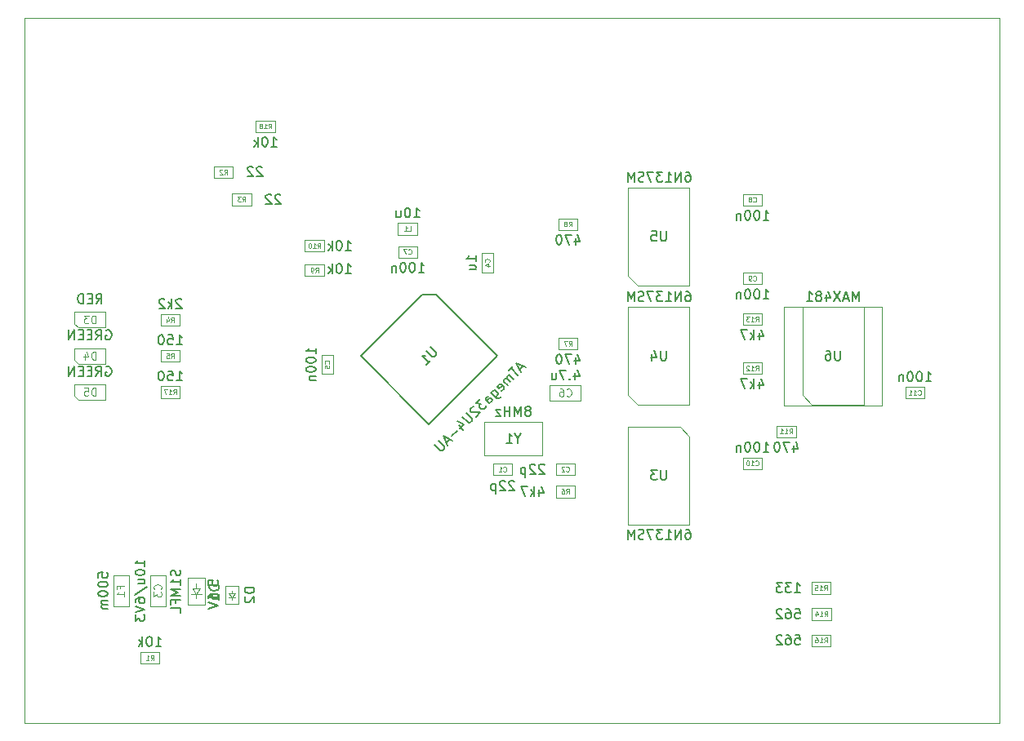
<source format=gbr>
G04 #@! TF.GenerationSoftware,KiCad,Pcbnew,5.1.2+dfsg1-1*
G04 #@! TF.CreationDate,2019-07-22T14:37:20+02:00*
G04 #@! TF.ProjectId,art_controller_3200,6172745f-636f-46e7-9472-6f6c6c65725f,A*
G04 #@! TF.SameCoordinates,Original*
G04 #@! TF.FileFunction,Other,Fab,Bot*
%FSLAX46Y46*%
G04 Gerber Fmt 4.6, Leading zero omitted, Abs format (unit mm)*
G04 Created by KiCad (PCBNEW 5.1.2+dfsg1-1) date 2019-07-22 14:37:20*
%MOMM*%
%LPD*%
G04 APERTURE LIST*
%ADD10C,0.050000*%
%ADD11C,0.100000*%
%ADD12C,0.150000*%
%ADD13C,0.080000*%
%ADD14C,0.120000*%
G04 APERTURE END LIST*
D10*
X195326000Y-63754000D02*
X94234000Y-63754000D01*
X94234000Y-136906000D02*
X94234000Y-63754000D01*
X195326000Y-136906000D02*
X94234000Y-136906000D01*
X195326000Y-63754000D02*
X195326000Y-136906000D01*
D11*
X162175000Y-106140000D02*
X156825000Y-106140000D01*
X156825000Y-106140000D02*
X156825000Y-116300000D01*
X156825000Y-116300000D02*
X163175000Y-116300000D01*
X163175000Y-116300000D02*
X163175000Y-107140000D01*
X163175000Y-107140000D02*
X162175000Y-106140000D01*
X142790000Y-109990000D02*
X142790000Y-111190000D01*
X142790000Y-111190000D02*
X144790000Y-111190000D01*
X144790000Y-111190000D02*
X144790000Y-109990000D01*
X144790000Y-109990000D02*
X142790000Y-109990000D01*
X151300000Y-109980000D02*
X149300000Y-109980000D01*
X151300000Y-111180000D02*
X151300000Y-109980000D01*
X149300000Y-111180000D02*
X151300000Y-111180000D01*
X149300000Y-109980000D02*
X149300000Y-111180000D01*
X107260000Y-124760000D02*
X108860000Y-124760000D01*
X108860000Y-124760000D02*
X108860000Y-121560000D01*
X108860000Y-121560000D02*
X107260000Y-121560000D01*
X107260000Y-121560000D02*
X107260000Y-124760000D01*
X141630000Y-88145000D02*
X141630000Y-90145000D01*
X142830000Y-88145000D02*
X141630000Y-88145000D01*
X142830000Y-90145000D02*
X142830000Y-88145000D01*
X141630000Y-90145000D02*
X142830000Y-90145000D01*
X125010000Y-100690000D02*
X126210000Y-100690000D01*
X126210000Y-100690000D02*
X126210000Y-98690000D01*
X126210000Y-98690000D02*
X125010000Y-98690000D01*
X125010000Y-98690000D02*
X125010000Y-100690000D01*
X132960000Y-88620000D02*
X134960000Y-88620000D01*
X132960000Y-87420000D02*
X132960000Y-88620000D01*
X134960000Y-87420000D02*
X132960000Y-87420000D01*
X134960000Y-88620000D02*
X134960000Y-87420000D01*
X168700000Y-83210000D02*
X170700000Y-83210000D01*
X168700000Y-82010000D02*
X168700000Y-83210000D01*
X170700000Y-82010000D02*
X168700000Y-82010000D01*
X170700000Y-83210000D02*
X170700000Y-82010000D01*
X170700000Y-91380000D02*
X170700000Y-90180000D01*
X170700000Y-90180000D02*
X168700000Y-90180000D01*
X168700000Y-90180000D02*
X168700000Y-91380000D01*
X168700000Y-91380000D02*
X170700000Y-91380000D01*
X170700000Y-109350000D02*
X168700000Y-109350000D01*
X170700000Y-110550000D02*
X170700000Y-109350000D01*
X168700000Y-110550000D02*
X170700000Y-110550000D01*
X168700000Y-109350000D02*
X168700000Y-110550000D01*
X185550000Y-102030000D02*
X185550000Y-103230000D01*
X185550000Y-103230000D02*
X187550000Y-103230000D01*
X187550000Y-103230000D02*
X187550000Y-102030000D01*
X187550000Y-102030000D02*
X185550000Y-102030000D01*
X112930000Y-124600000D02*
X112930000Y-121800000D01*
X112930000Y-121800000D02*
X111130000Y-121800000D01*
X111130000Y-121800000D02*
X111130000Y-124600000D01*
X111130000Y-124600000D02*
X112930000Y-124600000D01*
X112030000Y-123950000D02*
X112030000Y-123550000D01*
X112030000Y-123550000D02*
X112580000Y-123550000D01*
X112030000Y-123550000D02*
X111480000Y-123550000D01*
X112030000Y-123550000D02*
X112430000Y-122950000D01*
X112430000Y-122950000D02*
X111630000Y-122950000D01*
X111630000Y-122950000D02*
X112030000Y-123550000D01*
X112030000Y-122950000D02*
X112030000Y-122450000D01*
X116440000Y-124500000D02*
X116440000Y-122700000D01*
X116440000Y-122700000D02*
X115040000Y-122700000D01*
X115040000Y-122700000D02*
X115040000Y-124500000D01*
X115040000Y-124500000D02*
X116440000Y-124500000D01*
X116090000Y-123900000D02*
X115390000Y-123900000D01*
X115740000Y-123900000D02*
X115740000Y-124100000D01*
X115740000Y-123900000D02*
X116090000Y-123400000D01*
X116090000Y-123400000D02*
X115390000Y-123400000D01*
X115390000Y-123400000D02*
X115740000Y-123900000D01*
X115740000Y-123400000D02*
X115740000Y-123150000D01*
X102600000Y-94260000D02*
X102600000Y-95860000D01*
X99400000Y-94260000D02*
X102600000Y-94260000D01*
X99400000Y-95460000D02*
X99400000Y-94260000D01*
X99800000Y-95860000D02*
X99400000Y-95460000D01*
X102600000Y-95860000D02*
X99800000Y-95860000D01*
X102600000Y-99620000D02*
X99800000Y-99620000D01*
X99800000Y-99620000D02*
X99400000Y-99220000D01*
X99400000Y-99220000D02*
X99400000Y-98020000D01*
X99400000Y-98020000D02*
X102600000Y-98020000D01*
X102600000Y-98020000D02*
X102600000Y-99620000D01*
X103420000Y-121580000D02*
X103420000Y-124780000D01*
X105020000Y-121580000D02*
X103420000Y-121580000D01*
X105020000Y-124780000D02*
X105020000Y-121580000D01*
X103420000Y-124780000D02*
X105020000Y-124780000D01*
X134950000Y-85030000D02*
X132950000Y-85030000D01*
X134950000Y-86230000D02*
X134950000Y-85030000D01*
X132950000Y-86230000D02*
X134950000Y-86230000D01*
X132950000Y-85030000D02*
X132950000Y-86230000D01*
X106230000Y-129520000D02*
X106230000Y-130720000D01*
X106230000Y-130720000D02*
X108230000Y-130720000D01*
X108230000Y-130720000D02*
X108230000Y-129520000D01*
X108230000Y-129520000D02*
X106230000Y-129520000D01*
X113840000Y-80340000D02*
X115840000Y-80340000D01*
X113840000Y-79140000D02*
X113840000Y-80340000D01*
X115840000Y-79140000D02*
X113840000Y-79140000D01*
X115840000Y-80340000D02*
X115840000Y-79140000D01*
X115740000Y-81980000D02*
X115740000Y-83180000D01*
X115740000Y-83180000D02*
X117740000Y-83180000D01*
X117740000Y-83180000D02*
X117740000Y-81980000D01*
X117740000Y-81980000D02*
X115740000Y-81980000D01*
X108330000Y-94470000D02*
X108330000Y-95670000D01*
X108330000Y-95670000D02*
X110330000Y-95670000D01*
X110330000Y-95670000D02*
X110330000Y-94470000D01*
X110330000Y-94470000D02*
X108330000Y-94470000D01*
X110330000Y-98230000D02*
X108330000Y-98230000D01*
X110330000Y-99430000D02*
X110330000Y-98230000D01*
X108330000Y-99430000D02*
X110330000Y-99430000D01*
X108330000Y-98230000D02*
X108330000Y-99430000D01*
X149310000Y-112290000D02*
X149310000Y-113490000D01*
X149310000Y-113490000D02*
X151310000Y-113490000D01*
X151310000Y-113490000D02*
X151310000Y-112290000D01*
X151310000Y-112290000D02*
X149310000Y-112290000D01*
X149580000Y-98140000D02*
X151580000Y-98140000D01*
X149580000Y-96940000D02*
X149580000Y-98140000D01*
X151580000Y-96940000D02*
X149580000Y-96940000D01*
X151580000Y-98140000D02*
X151580000Y-96940000D01*
X149580000Y-85750000D02*
X151580000Y-85750000D01*
X149580000Y-84550000D02*
X149580000Y-85750000D01*
X151580000Y-84550000D02*
X149580000Y-84550000D01*
X151580000Y-85750000D02*
X151580000Y-84550000D01*
X125300000Y-90540000D02*
X125300000Y-89340000D01*
X125300000Y-89340000D02*
X123300000Y-89340000D01*
X123300000Y-89340000D02*
X123300000Y-90540000D01*
X123300000Y-90540000D02*
X125300000Y-90540000D01*
X123290000Y-87990000D02*
X125290000Y-87990000D01*
X123290000Y-86790000D02*
X123290000Y-87990000D01*
X125290000Y-86790000D02*
X123290000Y-86790000D01*
X125290000Y-87990000D02*
X125290000Y-86790000D01*
X174200000Y-107250000D02*
X174200000Y-106050000D01*
X174200000Y-106050000D02*
X172200000Y-106050000D01*
X172200000Y-106050000D02*
X172200000Y-107250000D01*
X172200000Y-107250000D02*
X174200000Y-107250000D01*
X168700000Y-100700000D02*
X170700000Y-100700000D01*
X168700000Y-99500000D02*
X168700000Y-100700000D01*
X170700000Y-99500000D02*
X168700000Y-99500000D01*
X170700000Y-100700000D02*
X170700000Y-99500000D01*
X168700000Y-95610000D02*
X170700000Y-95610000D01*
X168700000Y-94410000D02*
X168700000Y-95610000D01*
X170700000Y-94410000D02*
X168700000Y-94410000D01*
X170700000Y-95610000D02*
X170700000Y-94410000D01*
X175840000Y-125000000D02*
X175840000Y-126200000D01*
X175840000Y-126200000D02*
X177840000Y-126200000D01*
X177840000Y-126200000D02*
X177840000Y-125000000D01*
X177840000Y-125000000D02*
X175840000Y-125000000D01*
X177800000Y-122290000D02*
X175800000Y-122290000D01*
X177800000Y-123490000D02*
X177800000Y-122290000D01*
X175800000Y-123490000D02*
X177800000Y-123490000D01*
X175800000Y-122290000D02*
X175800000Y-123490000D01*
X175825000Y-127720000D02*
X175825000Y-128920000D01*
X175825000Y-128920000D02*
X177825000Y-128920000D01*
X177825000Y-128920000D02*
X177825000Y-127720000D01*
X177825000Y-127720000D02*
X175825000Y-127720000D01*
D12*
X136877107Y-92456039D02*
X135462893Y-92456039D01*
X143241068Y-98820000D02*
X136877107Y-92456039D01*
X136170000Y-105891068D02*
X143241068Y-98820000D01*
X129098932Y-98820000D02*
X136170000Y-105891068D01*
X135462893Y-92456039D02*
X129098932Y-98820000D01*
D11*
X156825000Y-102900000D02*
X157825000Y-103900000D01*
X156825000Y-93740000D02*
X156825000Y-102900000D01*
X163175000Y-93740000D02*
X156825000Y-93740000D01*
X163175000Y-103900000D02*
X163175000Y-93740000D01*
X157825000Y-103900000D02*
X163175000Y-103900000D01*
X156825000Y-90500000D02*
X157825000Y-91500000D01*
X156825000Y-81340000D02*
X156825000Y-90500000D01*
X163175000Y-81340000D02*
X156825000Y-81340000D01*
X163175000Y-91500000D02*
X163175000Y-81340000D01*
X157825000Y-91500000D02*
X163175000Y-91500000D01*
X183130000Y-103960000D02*
X172970000Y-103960000D01*
X183130000Y-93680000D02*
X183130000Y-103960000D01*
X172970000Y-93680000D02*
X183130000Y-93680000D01*
X172970000Y-103960000D02*
X172970000Y-93680000D01*
X174875000Y-102900000D02*
X175875000Y-103900000D01*
X174875000Y-93740000D02*
X174875000Y-102900000D01*
X181225000Y-93740000D02*
X174875000Y-93740000D01*
X181225000Y-103900000D02*
X181225000Y-93740000D01*
X175875000Y-103900000D02*
X181225000Y-103900000D01*
X141910000Y-109160000D02*
X141910000Y-105660000D01*
X141910000Y-105660000D02*
X147910000Y-105660000D01*
X147910000Y-109160000D02*
X147910000Y-105660000D01*
X141910000Y-109160000D02*
X147910000Y-109160000D01*
X148700000Y-101850000D02*
X148700000Y-103450000D01*
X148700000Y-103450000D02*
X151900000Y-103450000D01*
X151900000Y-103450000D02*
X151900000Y-101850000D01*
X151900000Y-101850000D02*
X148700000Y-101850000D01*
X102600000Y-103380000D02*
X99800000Y-103380000D01*
X99800000Y-103380000D02*
X99400000Y-102980000D01*
X99400000Y-102980000D02*
X99400000Y-101780000D01*
X99400000Y-101780000D02*
X102600000Y-101780000D01*
X102600000Y-101780000D02*
X102600000Y-103380000D01*
X108330000Y-101970000D02*
X108330000Y-103170000D01*
X108330000Y-103170000D02*
X110330000Y-103170000D01*
X110330000Y-103170000D02*
X110330000Y-101970000D01*
X110330000Y-101970000D02*
X108330000Y-101970000D01*
X120200000Y-75590000D02*
X120200000Y-74390000D01*
X120200000Y-74390000D02*
X118200000Y-74390000D01*
X118200000Y-74390000D02*
X118200000Y-75590000D01*
X118200000Y-75590000D02*
X120200000Y-75590000D01*
D12*
X162809523Y-116812380D02*
X163000000Y-116812380D01*
X163095238Y-116860000D01*
X163142857Y-116907619D01*
X163238095Y-117050476D01*
X163285714Y-117240952D01*
X163285714Y-117621904D01*
X163238095Y-117717142D01*
X163190476Y-117764761D01*
X163095238Y-117812380D01*
X162904761Y-117812380D01*
X162809523Y-117764761D01*
X162761904Y-117717142D01*
X162714285Y-117621904D01*
X162714285Y-117383809D01*
X162761904Y-117288571D01*
X162809523Y-117240952D01*
X162904761Y-117193333D01*
X163095238Y-117193333D01*
X163190476Y-117240952D01*
X163238095Y-117288571D01*
X163285714Y-117383809D01*
X162285714Y-117812380D02*
X162285714Y-116812380D01*
X161714285Y-117812380D01*
X161714285Y-116812380D01*
X160714285Y-117812380D02*
X161285714Y-117812380D01*
X161000000Y-117812380D02*
X161000000Y-116812380D01*
X161095238Y-116955238D01*
X161190476Y-117050476D01*
X161285714Y-117098095D01*
X160380952Y-116812380D02*
X159761904Y-116812380D01*
X160095238Y-117193333D01*
X159952380Y-117193333D01*
X159857142Y-117240952D01*
X159809523Y-117288571D01*
X159761904Y-117383809D01*
X159761904Y-117621904D01*
X159809523Y-117717142D01*
X159857142Y-117764761D01*
X159952380Y-117812380D01*
X160238095Y-117812380D01*
X160333333Y-117764761D01*
X160380952Y-117717142D01*
X159428571Y-116812380D02*
X158761904Y-116812380D01*
X159190476Y-117812380D01*
X158428571Y-117764761D02*
X158285714Y-117812380D01*
X158047619Y-117812380D01*
X157952380Y-117764761D01*
X157904761Y-117717142D01*
X157857142Y-117621904D01*
X157857142Y-117526666D01*
X157904761Y-117431428D01*
X157952380Y-117383809D01*
X158047619Y-117336190D01*
X158238095Y-117288571D01*
X158333333Y-117240952D01*
X158380952Y-117193333D01*
X158428571Y-117098095D01*
X158428571Y-117002857D01*
X158380952Y-116907619D01*
X158333333Y-116860000D01*
X158238095Y-116812380D01*
X158000000Y-116812380D01*
X157857142Y-116860000D01*
X157428571Y-117812380D02*
X157428571Y-116812380D01*
X157095238Y-117526666D01*
X156761904Y-116812380D01*
X156761904Y-117812380D01*
X160761904Y-110672380D02*
X160761904Y-111481904D01*
X160714285Y-111577142D01*
X160666666Y-111624761D01*
X160571428Y-111672380D01*
X160380952Y-111672380D01*
X160285714Y-111624761D01*
X160238095Y-111577142D01*
X160190476Y-111481904D01*
X160190476Y-110672380D01*
X159809523Y-110672380D02*
X159190476Y-110672380D01*
X159523809Y-111053333D01*
X159380952Y-111053333D01*
X159285714Y-111100952D01*
X159238095Y-111148571D01*
X159190476Y-111243809D01*
X159190476Y-111481904D01*
X159238095Y-111577142D01*
X159285714Y-111624761D01*
X159380952Y-111672380D01*
X159666666Y-111672380D01*
X159761904Y-111624761D01*
X159809523Y-111577142D01*
X145004285Y-111847619D02*
X144956666Y-111800000D01*
X144861428Y-111752380D01*
X144623333Y-111752380D01*
X144528095Y-111800000D01*
X144480476Y-111847619D01*
X144432857Y-111942857D01*
X144432857Y-112038095D01*
X144480476Y-112180952D01*
X145051904Y-112752380D01*
X144432857Y-112752380D01*
X144051904Y-111847619D02*
X144004285Y-111800000D01*
X143909047Y-111752380D01*
X143670952Y-111752380D01*
X143575714Y-111800000D01*
X143528095Y-111847619D01*
X143480476Y-111942857D01*
X143480476Y-112038095D01*
X143528095Y-112180952D01*
X144099523Y-112752380D01*
X143480476Y-112752380D01*
X143051904Y-112085714D02*
X143051904Y-113085714D01*
X143051904Y-112133333D02*
X142956666Y-112085714D01*
X142766190Y-112085714D01*
X142670952Y-112133333D01*
X142623333Y-112180952D01*
X142575714Y-112276190D01*
X142575714Y-112561904D01*
X142623333Y-112657142D01*
X142670952Y-112704761D01*
X142766190Y-112752380D01*
X142956666Y-112752380D01*
X143051904Y-112704761D01*
D13*
X143873333Y-110768571D02*
X143897142Y-110792380D01*
X143968571Y-110816190D01*
X144016190Y-110816190D01*
X144087619Y-110792380D01*
X144135238Y-110744761D01*
X144159047Y-110697142D01*
X144182857Y-110601904D01*
X144182857Y-110530476D01*
X144159047Y-110435238D01*
X144135238Y-110387619D01*
X144087619Y-110340000D01*
X144016190Y-110316190D01*
X143968571Y-110316190D01*
X143897142Y-110340000D01*
X143873333Y-110363809D01*
X143397142Y-110816190D02*
X143682857Y-110816190D01*
X143540000Y-110816190D02*
X143540000Y-110316190D01*
X143587619Y-110387619D01*
X143635238Y-110435238D01*
X143682857Y-110459047D01*
D12*
X148114285Y-110147619D02*
X148066666Y-110100000D01*
X147971428Y-110052380D01*
X147733333Y-110052380D01*
X147638095Y-110100000D01*
X147590476Y-110147619D01*
X147542857Y-110242857D01*
X147542857Y-110338095D01*
X147590476Y-110480952D01*
X148161904Y-111052380D01*
X147542857Y-111052380D01*
X147161904Y-110147619D02*
X147114285Y-110100000D01*
X147019047Y-110052380D01*
X146780952Y-110052380D01*
X146685714Y-110100000D01*
X146638095Y-110147619D01*
X146590476Y-110242857D01*
X146590476Y-110338095D01*
X146638095Y-110480952D01*
X147209523Y-111052380D01*
X146590476Y-111052380D01*
X146161904Y-110385714D02*
X146161904Y-111385714D01*
X146161904Y-110433333D02*
X146066666Y-110385714D01*
X145876190Y-110385714D01*
X145780952Y-110433333D01*
X145733333Y-110480952D01*
X145685714Y-110576190D01*
X145685714Y-110861904D01*
X145733333Y-110957142D01*
X145780952Y-111004761D01*
X145876190Y-111052380D01*
X146066666Y-111052380D01*
X146161904Y-111004761D01*
D13*
X150383333Y-110758571D02*
X150407142Y-110782380D01*
X150478571Y-110806190D01*
X150526190Y-110806190D01*
X150597619Y-110782380D01*
X150645238Y-110734761D01*
X150669047Y-110687142D01*
X150692857Y-110591904D01*
X150692857Y-110520476D01*
X150669047Y-110425238D01*
X150645238Y-110377619D01*
X150597619Y-110330000D01*
X150526190Y-110306190D01*
X150478571Y-110306190D01*
X150407142Y-110330000D01*
X150383333Y-110353809D01*
X150192857Y-110353809D02*
X150169047Y-110330000D01*
X150121428Y-110306190D01*
X150002380Y-110306190D01*
X149954761Y-110330000D01*
X149930952Y-110353809D01*
X149907142Y-110401428D01*
X149907142Y-110449047D01*
X149930952Y-110520476D01*
X150216666Y-110806190D01*
X149907142Y-110806190D01*
D12*
X106692380Y-120612380D02*
X106692380Y-120040952D01*
X106692380Y-120326666D02*
X105692380Y-120326666D01*
X105835238Y-120231428D01*
X105930476Y-120136190D01*
X105978095Y-120040952D01*
X105692380Y-121231428D02*
X105692380Y-121326666D01*
X105740000Y-121421904D01*
X105787619Y-121469523D01*
X105882857Y-121517142D01*
X106073333Y-121564761D01*
X106311428Y-121564761D01*
X106501904Y-121517142D01*
X106597142Y-121469523D01*
X106644761Y-121421904D01*
X106692380Y-121326666D01*
X106692380Y-121231428D01*
X106644761Y-121136190D01*
X106597142Y-121088571D01*
X106501904Y-121040952D01*
X106311428Y-120993333D01*
X106073333Y-120993333D01*
X105882857Y-121040952D01*
X105787619Y-121088571D01*
X105740000Y-121136190D01*
X105692380Y-121231428D01*
X106025714Y-122421904D02*
X106692380Y-122421904D01*
X106025714Y-121993333D02*
X106549523Y-121993333D01*
X106644761Y-122040952D01*
X106692380Y-122136190D01*
X106692380Y-122279047D01*
X106644761Y-122374285D01*
X106597142Y-122421904D01*
X105644761Y-123612380D02*
X106930476Y-122755238D01*
X105692380Y-124374285D02*
X105692380Y-124183809D01*
X105740000Y-124088571D01*
X105787619Y-124040952D01*
X105930476Y-123945714D01*
X106120952Y-123898095D01*
X106501904Y-123898095D01*
X106597142Y-123945714D01*
X106644761Y-123993333D01*
X106692380Y-124088571D01*
X106692380Y-124279047D01*
X106644761Y-124374285D01*
X106597142Y-124421904D01*
X106501904Y-124469523D01*
X106263809Y-124469523D01*
X106168571Y-124421904D01*
X106120952Y-124374285D01*
X106073333Y-124279047D01*
X106073333Y-124088571D01*
X106120952Y-123993333D01*
X106168571Y-123945714D01*
X106263809Y-123898095D01*
X105692380Y-124755238D02*
X106692380Y-125088571D01*
X105692380Y-125421904D01*
X105692380Y-125660000D02*
X105692380Y-126279047D01*
X106073333Y-125945714D01*
X106073333Y-126088571D01*
X106120952Y-126183809D01*
X106168571Y-126231428D01*
X106263809Y-126279047D01*
X106501904Y-126279047D01*
X106597142Y-126231428D01*
X106644761Y-126183809D01*
X106692380Y-126088571D01*
X106692380Y-125802857D01*
X106644761Y-125707619D01*
X106597142Y-125660000D01*
D14*
X108345714Y-123026666D02*
X108383809Y-122988571D01*
X108421904Y-122874285D01*
X108421904Y-122798095D01*
X108383809Y-122683809D01*
X108307619Y-122607619D01*
X108231428Y-122569523D01*
X108079047Y-122531428D01*
X107964761Y-122531428D01*
X107812380Y-122569523D01*
X107736190Y-122607619D01*
X107660000Y-122683809D01*
X107621904Y-122798095D01*
X107621904Y-122874285D01*
X107660000Y-122988571D01*
X107698095Y-123026666D01*
X107621904Y-123293333D02*
X107621904Y-123788571D01*
X107926666Y-123521904D01*
X107926666Y-123636190D01*
X107964761Y-123712380D01*
X108002857Y-123750476D01*
X108079047Y-123788571D01*
X108269523Y-123788571D01*
X108345714Y-123750476D01*
X108383809Y-123712380D01*
X108421904Y-123636190D01*
X108421904Y-123407619D01*
X108383809Y-123331428D01*
X108345714Y-123293333D01*
D12*
X141032380Y-88978333D02*
X141032380Y-88406904D01*
X141032380Y-88692619D02*
X140032380Y-88692619D01*
X140175238Y-88597380D01*
X140270476Y-88502142D01*
X140318095Y-88406904D01*
X140365714Y-89835476D02*
X141032380Y-89835476D01*
X140365714Y-89406904D02*
X140889523Y-89406904D01*
X140984761Y-89454523D01*
X141032380Y-89549761D01*
X141032380Y-89692619D01*
X140984761Y-89787857D01*
X140937142Y-89835476D01*
D13*
X142408571Y-89061666D02*
X142432380Y-89037857D01*
X142456190Y-88966428D01*
X142456190Y-88918809D01*
X142432380Y-88847380D01*
X142384761Y-88799761D01*
X142337142Y-88775952D01*
X142241904Y-88752142D01*
X142170476Y-88752142D01*
X142075238Y-88775952D01*
X142027619Y-88799761D01*
X141980000Y-88847380D01*
X141956190Y-88918809D01*
X141956190Y-88966428D01*
X141980000Y-89037857D01*
X142003809Y-89061666D01*
X142122857Y-89490238D02*
X142456190Y-89490238D01*
X141932380Y-89371190D02*
X142289523Y-89252142D01*
X142289523Y-89561666D01*
D12*
X124412380Y-98570952D02*
X124412380Y-97999523D01*
X124412380Y-98285238D02*
X123412380Y-98285238D01*
X123555238Y-98190000D01*
X123650476Y-98094761D01*
X123698095Y-97999523D01*
X123412380Y-99190000D02*
X123412380Y-99285238D01*
X123460000Y-99380476D01*
X123507619Y-99428095D01*
X123602857Y-99475714D01*
X123793333Y-99523333D01*
X124031428Y-99523333D01*
X124221904Y-99475714D01*
X124317142Y-99428095D01*
X124364761Y-99380476D01*
X124412380Y-99285238D01*
X124412380Y-99190000D01*
X124364761Y-99094761D01*
X124317142Y-99047142D01*
X124221904Y-98999523D01*
X124031428Y-98951904D01*
X123793333Y-98951904D01*
X123602857Y-98999523D01*
X123507619Y-99047142D01*
X123460000Y-99094761D01*
X123412380Y-99190000D01*
X123412380Y-100142380D02*
X123412380Y-100237619D01*
X123460000Y-100332857D01*
X123507619Y-100380476D01*
X123602857Y-100428095D01*
X123793333Y-100475714D01*
X124031428Y-100475714D01*
X124221904Y-100428095D01*
X124317142Y-100380476D01*
X124364761Y-100332857D01*
X124412380Y-100237619D01*
X124412380Y-100142380D01*
X124364761Y-100047142D01*
X124317142Y-99999523D01*
X124221904Y-99951904D01*
X124031428Y-99904285D01*
X123793333Y-99904285D01*
X123602857Y-99951904D01*
X123507619Y-99999523D01*
X123460000Y-100047142D01*
X123412380Y-100142380D01*
X123745714Y-100904285D02*
X124412380Y-100904285D01*
X123840952Y-100904285D02*
X123793333Y-100951904D01*
X123745714Y-101047142D01*
X123745714Y-101190000D01*
X123793333Y-101285238D01*
X123888571Y-101332857D01*
X124412380Y-101332857D01*
D13*
X125788571Y-99606666D02*
X125812380Y-99582857D01*
X125836190Y-99511428D01*
X125836190Y-99463809D01*
X125812380Y-99392380D01*
X125764761Y-99344761D01*
X125717142Y-99320952D01*
X125621904Y-99297142D01*
X125550476Y-99297142D01*
X125455238Y-99320952D01*
X125407619Y-99344761D01*
X125360000Y-99392380D01*
X125336190Y-99463809D01*
X125336190Y-99511428D01*
X125360000Y-99582857D01*
X125383809Y-99606666D01*
X125336190Y-100059047D02*
X125336190Y-99820952D01*
X125574285Y-99797142D01*
X125550476Y-99820952D01*
X125526666Y-99868571D01*
X125526666Y-99987619D01*
X125550476Y-100035238D01*
X125574285Y-100059047D01*
X125621904Y-100082857D01*
X125740952Y-100082857D01*
X125788571Y-100059047D01*
X125812380Y-100035238D01*
X125836190Y-99987619D01*
X125836190Y-99868571D01*
X125812380Y-99820952D01*
X125788571Y-99797142D01*
D12*
X135079047Y-90122380D02*
X135650476Y-90122380D01*
X135364761Y-90122380D02*
X135364761Y-89122380D01*
X135460000Y-89265238D01*
X135555238Y-89360476D01*
X135650476Y-89408095D01*
X134460000Y-89122380D02*
X134364761Y-89122380D01*
X134269523Y-89170000D01*
X134221904Y-89217619D01*
X134174285Y-89312857D01*
X134126666Y-89503333D01*
X134126666Y-89741428D01*
X134174285Y-89931904D01*
X134221904Y-90027142D01*
X134269523Y-90074761D01*
X134364761Y-90122380D01*
X134460000Y-90122380D01*
X134555238Y-90074761D01*
X134602857Y-90027142D01*
X134650476Y-89931904D01*
X134698095Y-89741428D01*
X134698095Y-89503333D01*
X134650476Y-89312857D01*
X134602857Y-89217619D01*
X134555238Y-89170000D01*
X134460000Y-89122380D01*
X133507619Y-89122380D02*
X133412380Y-89122380D01*
X133317142Y-89170000D01*
X133269523Y-89217619D01*
X133221904Y-89312857D01*
X133174285Y-89503333D01*
X133174285Y-89741428D01*
X133221904Y-89931904D01*
X133269523Y-90027142D01*
X133317142Y-90074761D01*
X133412380Y-90122380D01*
X133507619Y-90122380D01*
X133602857Y-90074761D01*
X133650476Y-90027142D01*
X133698095Y-89931904D01*
X133745714Y-89741428D01*
X133745714Y-89503333D01*
X133698095Y-89312857D01*
X133650476Y-89217619D01*
X133602857Y-89170000D01*
X133507619Y-89122380D01*
X132745714Y-89455714D02*
X132745714Y-90122380D01*
X132745714Y-89550952D02*
X132698095Y-89503333D01*
X132602857Y-89455714D01*
X132459999Y-89455714D01*
X132364761Y-89503333D01*
X132317142Y-89598571D01*
X132317142Y-90122380D01*
D13*
X134043333Y-88198571D02*
X134067142Y-88222380D01*
X134138571Y-88246190D01*
X134186190Y-88246190D01*
X134257619Y-88222380D01*
X134305238Y-88174761D01*
X134329047Y-88127142D01*
X134352857Y-88031904D01*
X134352857Y-87960476D01*
X134329047Y-87865238D01*
X134305238Y-87817619D01*
X134257619Y-87770000D01*
X134186190Y-87746190D01*
X134138571Y-87746190D01*
X134067142Y-87770000D01*
X134043333Y-87793809D01*
X133876666Y-87746190D02*
X133543333Y-87746190D01*
X133757619Y-88246190D01*
D12*
X170819047Y-84712380D02*
X171390476Y-84712380D01*
X171104761Y-84712380D02*
X171104761Y-83712380D01*
X171200000Y-83855238D01*
X171295238Y-83950476D01*
X171390476Y-83998095D01*
X170200000Y-83712380D02*
X170104761Y-83712380D01*
X170009523Y-83760000D01*
X169961904Y-83807619D01*
X169914285Y-83902857D01*
X169866666Y-84093333D01*
X169866666Y-84331428D01*
X169914285Y-84521904D01*
X169961904Y-84617142D01*
X170009523Y-84664761D01*
X170104761Y-84712380D01*
X170200000Y-84712380D01*
X170295238Y-84664761D01*
X170342857Y-84617142D01*
X170390476Y-84521904D01*
X170438095Y-84331428D01*
X170438095Y-84093333D01*
X170390476Y-83902857D01*
X170342857Y-83807619D01*
X170295238Y-83760000D01*
X170200000Y-83712380D01*
X169247619Y-83712380D02*
X169152380Y-83712380D01*
X169057142Y-83760000D01*
X169009523Y-83807619D01*
X168961904Y-83902857D01*
X168914285Y-84093333D01*
X168914285Y-84331428D01*
X168961904Y-84521904D01*
X169009523Y-84617142D01*
X169057142Y-84664761D01*
X169152380Y-84712380D01*
X169247619Y-84712380D01*
X169342857Y-84664761D01*
X169390476Y-84617142D01*
X169438095Y-84521904D01*
X169485714Y-84331428D01*
X169485714Y-84093333D01*
X169438095Y-83902857D01*
X169390476Y-83807619D01*
X169342857Y-83760000D01*
X169247619Y-83712380D01*
X168485714Y-84045714D02*
X168485714Y-84712380D01*
X168485714Y-84140952D02*
X168438095Y-84093333D01*
X168342857Y-84045714D01*
X168200000Y-84045714D01*
X168104761Y-84093333D01*
X168057142Y-84188571D01*
X168057142Y-84712380D01*
D13*
X169783333Y-82788571D02*
X169807142Y-82812380D01*
X169878571Y-82836190D01*
X169926190Y-82836190D01*
X169997619Y-82812380D01*
X170045238Y-82764761D01*
X170069047Y-82717142D01*
X170092857Y-82621904D01*
X170092857Y-82550476D01*
X170069047Y-82455238D01*
X170045238Y-82407619D01*
X169997619Y-82360000D01*
X169926190Y-82336190D01*
X169878571Y-82336190D01*
X169807142Y-82360000D01*
X169783333Y-82383809D01*
X169497619Y-82550476D02*
X169545238Y-82526666D01*
X169569047Y-82502857D01*
X169592857Y-82455238D01*
X169592857Y-82431428D01*
X169569047Y-82383809D01*
X169545238Y-82360000D01*
X169497619Y-82336190D01*
X169402380Y-82336190D01*
X169354761Y-82360000D01*
X169330952Y-82383809D01*
X169307142Y-82431428D01*
X169307142Y-82455238D01*
X169330952Y-82502857D01*
X169354761Y-82526666D01*
X169402380Y-82550476D01*
X169497619Y-82550476D01*
X169545238Y-82574285D01*
X169569047Y-82598095D01*
X169592857Y-82645714D01*
X169592857Y-82740952D01*
X169569047Y-82788571D01*
X169545238Y-82812380D01*
X169497619Y-82836190D01*
X169402380Y-82836190D01*
X169354761Y-82812380D01*
X169330952Y-82788571D01*
X169307142Y-82740952D01*
X169307142Y-82645714D01*
X169330952Y-82598095D01*
X169354761Y-82574285D01*
X169402380Y-82550476D01*
D12*
X170819047Y-92882380D02*
X171390476Y-92882380D01*
X171104761Y-92882380D02*
X171104761Y-91882380D01*
X171200000Y-92025238D01*
X171295238Y-92120476D01*
X171390476Y-92168095D01*
X170200000Y-91882380D02*
X170104761Y-91882380D01*
X170009523Y-91930000D01*
X169961904Y-91977619D01*
X169914285Y-92072857D01*
X169866666Y-92263333D01*
X169866666Y-92501428D01*
X169914285Y-92691904D01*
X169961904Y-92787142D01*
X170009523Y-92834761D01*
X170104761Y-92882380D01*
X170200000Y-92882380D01*
X170295238Y-92834761D01*
X170342857Y-92787142D01*
X170390476Y-92691904D01*
X170438095Y-92501428D01*
X170438095Y-92263333D01*
X170390476Y-92072857D01*
X170342857Y-91977619D01*
X170295238Y-91930000D01*
X170200000Y-91882380D01*
X169247619Y-91882380D02*
X169152380Y-91882380D01*
X169057142Y-91930000D01*
X169009523Y-91977619D01*
X168961904Y-92072857D01*
X168914285Y-92263333D01*
X168914285Y-92501428D01*
X168961904Y-92691904D01*
X169009523Y-92787142D01*
X169057142Y-92834761D01*
X169152380Y-92882380D01*
X169247619Y-92882380D01*
X169342857Y-92834761D01*
X169390476Y-92787142D01*
X169438095Y-92691904D01*
X169485714Y-92501428D01*
X169485714Y-92263333D01*
X169438095Y-92072857D01*
X169390476Y-91977619D01*
X169342857Y-91930000D01*
X169247619Y-91882380D01*
X168485714Y-92215714D02*
X168485714Y-92882380D01*
X168485714Y-92310952D02*
X168438095Y-92263333D01*
X168342857Y-92215714D01*
X168200000Y-92215714D01*
X168104761Y-92263333D01*
X168057142Y-92358571D01*
X168057142Y-92882380D01*
D13*
X169783333Y-90958571D02*
X169807142Y-90982380D01*
X169878571Y-91006190D01*
X169926190Y-91006190D01*
X169997619Y-90982380D01*
X170045238Y-90934761D01*
X170069047Y-90887142D01*
X170092857Y-90791904D01*
X170092857Y-90720476D01*
X170069047Y-90625238D01*
X170045238Y-90577619D01*
X169997619Y-90530000D01*
X169926190Y-90506190D01*
X169878571Y-90506190D01*
X169807142Y-90530000D01*
X169783333Y-90553809D01*
X169545238Y-91006190D02*
X169450000Y-91006190D01*
X169402380Y-90982380D01*
X169378571Y-90958571D01*
X169330952Y-90887142D01*
X169307142Y-90791904D01*
X169307142Y-90601428D01*
X169330952Y-90553809D01*
X169354761Y-90530000D01*
X169402380Y-90506190D01*
X169497619Y-90506190D01*
X169545238Y-90530000D01*
X169569047Y-90553809D01*
X169592857Y-90601428D01*
X169592857Y-90720476D01*
X169569047Y-90768095D01*
X169545238Y-90791904D01*
X169497619Y-90815714D01*
X169402380Y-90815714D01*
X169354761Y-90791904D01*
X169330952Y-90768095D01*
X169307142Y-90720476D01*
D12*
X170819047Y-108752380D02*
X171390476Y-108752380D01*
X171104761Y-108752380D02*
X171104761Y-107752380D01*
X171200000Y-107895238D01*
X171295238Y-107990476D01*
X171390476Y-108038095D01*
X170200000Y-107752380D02*
X170104761Y-107752380D01*
X170009523Y-107800000D01*
X169961904Y-107847619D01*
X169914285Y-107942857D01*
X169866666Y-108133333D01*
X169866666Y-108371428D01*
X169914285Y-108561904D01*
X169961904Y-108657142D01*
X170009523Y-108704761D01*
X170104761Y-108752380D01*
X170200000Y-108752380D01*
X170295238Y-108704761D01*
X170342857Y-108657142D01*
X170390476Y-108561904D01*
X170438095Y-108371428D01*
X170438095Y-108133333D01*
X170390476Y-107942857D01*
X170342857Y-107847619D01*
X170295238Y-107800000D01*
X170200000Y-107752380D01*
X169247619Y-107752380D02*
X169152380Y-107752380D01*
X169057142Y-107800000D01*
X169009523Y-107847619D01*
X168961904Y-107942857D01*
X168914285Y-108133333D01*
X168914285Y-108371428D01*
X168961904Y-108561904D01*
X169009523Y-108657142D01*
X169057142Y-108704761D01*
X169152380Y-108752380D01*
X169247619Y-108752380D01*
X169342857Y-108704761D01*
X169390476Y-108657142D01*
X169438095Y-108561904D01*
X169485714Y-108371428D01*
X169485714Y-108133333D01*
X169438095Y-107942857D01*
X169390476Y-107847619D01*
X169342857Y-107800000D01*
X169247619Y-107752380D01*
X168485714Y-108085714D02*
X168485714Y-108752380D01*
X168485714Y-108180952D02*
X168438095Y-108133333D01*
X168342857Y-108085714D01*
X168200000Y-108085714D01*
X168104761Y-108133333D01*
X168057142Y-108228571D01*
X168057142Y-108752380D01*
D13*
X170021428Y-110128571D02*
X170045238Y-110152380D01*
X170116666Y-110176190D01*
X170164285Y-110176190D01*
X170235714Y-110152380D01*
X170283333Y-110104761D01*
X170307142Y-110057142D01*
X170330952Y-109961904D01*
X170330952Y-109890476D01*
X170307142Y-109795238D01*
X170283333Y-109747619D01*
X170235714Y-109700000D01*
X170164285Y-109676190D01*
X170116666Y-109676190D01*
X170045238Y-109700000D01*
X170021428Y-109723809D01*
X169545238Y-110176190D02*
X169830952Y-110176190D01*
X169688095Y-110176190D02*
X169688095Y-109676190D01*
X169735714Y-109747619D01*
X169783333Y-109795238D01*
X169830952Y-109819047D01*
X169235714Y-109676190D02*
X169188095Y-109676190D01*
X169140476Y-109700000D01*
X169116666Y-109723809D01*
X169092857Y-109771428D01*
X169069047Y-109866666D01*
X169069047Y-109985714D01*
X169092857Y-110080952D01*
X169116666Y-110128571D01*
X169140476Y-110152380D01*
X169188095Y-110176190D01*
X169235714Y-110176190D01*
X169283333Y-110152380D01*
X169307142Y-110128571D01*
X169330952Y-110080952D01*
X169354761Y-109985714D01*
X169354761Y-109866666D01*
X169330952Y-109771428D01*
X169307142Y-109723809D01*
X169283333Y-109700000D01*
X169235714Y-109676190D01*
D12*
X187669047Y-101432380D02*
X188240476Y-101432380D01*
X187954761Y-101432380D02*
X187954761Y-100432380D01*
X188050000Y-100575238D01*
X188145238Y-100670476D01*
X188240476Y-100718095D01*
X187050000Y-100432380D02*
X186954761Y-100432380D01*
X186859523Y-100480000D01*
X186811904Y-100527619D01*
X186764285Y-100622857D01*
X186716666Y-100813333D01*
X186716666Y-101051428D01*
X186764285Y-101241904D01*
X186811904Y-101337142D01*
X186859523Y-101384761D01*
X186954761Y-101432380D01*
X187050000Y-101432380D01*
X187145238Y-101384761D01*
X187192857Y-101337142D01*
X187240476Y-101241904D01*
X187288095Y-101051428D01*
X187288095Y-100813333D01*
X187240476Y-100622857D01*
X187192857Y-100527619D01*
X187145238Y-100480000D01*
X187050000Y-100432380D01*
X186097619Y-100432380D02*
X186002380Y-100432380D01*
X185907142Y-100480000D01*
X185859523Y-100527619D01*
X185811904Y-100622857D01*
X185764285Y-100813333D01*
X185764285Y-101051428D01*
X185811904Y-101241904D01*
X185859523Y-101337142D01*
X185907142Y-101384761D01*
X186002380Y-101432380D01*
X186097619Y-101432380D01*
X186192857Y-101384761D01*
X186240476Y-101337142D01*
X186288095Y-101241904D01*
X186335714Y-101051428D01*
X186335714Y-100813333D01*
X186288095Y-100622857D01*
X186240476Y-100527619D01*
X186192857Y-100480000D01*
X186097619Y-100432380D01*
X185335714Y-100765714D02*
X185335714Y-101432380D01*
X185335714Y-100860952D02*
X185288095Y-100813333D01*
X185192857Y-100765714D01*
X185050000Y-100765714D01*
X184954761Y-100813333D01*
X184907142Y-100908571D01*
X184907142Y-101432380D01*
D13*
X186871428Y-102808571D02*
X186895238Y-102832380D01*
X186966666Y-102856190D01*
X187014285Y-102856190D01*
X187085714Y-102832380D01*
X187133333Y-102784761D01*
X187157142Y-102737142D01*
X187180952Y-102641904D01*
X187180952Y-102570476D01*
X187157142Y-102475238D01*
X187133333Y-102427619D01*
X187085714Y-102380000D01*
X187014285Y-102356190D01*
X186966666Y-102356190D01*
X186895238Y-102380000D01*
X186871428Y-102403809D01*
X186395238Y-102856190D02*
X186680952Y-102856190D01*
X186538095Y-102856190D02*
X186538095Y-102356190D01*
X186585714Y-102427619D01*
X186633333Y-102475238D01*
X186680952Y-102499047D01*
X185919047Y-102856190D02*
X186204761Y-102856190D01*
X186061904Y-102856190D02*
X186061904Y-102356190D01*
X186109523Y-102427619D01*
X186157142Y-102475238D01*
X186204761Y-102499047D01*
D12*
X110334761Y-121033333D02*
X110382380Y-121176190D01*
X110382380Y-121414285D01*
X110334761Y-121509523D01*
X110287142Y-121557142D01*
X110191904Y-121604761D01*
X110096666Y-121604761D01*
X110001428Y-121557142D01*
X109953809Y-121509523D01*
X109906190Y-121414285D01*
X109858571Y-121223809D01*
X109810952Y-121128571D01*
X109763333Y-121080952D01*
X109668095Y-121033333D01*
X109572857Y-121033333D01*
X109477619Y-121080952D01*
X109430000Y-121128571D01*
X109382380Y-121223809D01*
X109382380Y-121461904D01*
X109430000Y-121604761D01*
X110382380Y-122557142D02*
X110382380Y-121985714D01*
X110382380Y-122271428D02*
X109382380Y-122271428D01*
X109525238Y-122176190D01*
X109620476Y-122080952D01*
X109668095Y-121985714D01*
X110382380Y-122985714D02*
X109382380Y-122985714D01*
X110096666Y-123319047D01*
X109382380Y-123652380D01*
X110382380Y-123652380D01*
X109858571Y-124461904D02*
X109858571Y-124128571D01*
X110382380Y-124128571D02*
X109382380Y-124128571D01*
X109382380Y-124604761D01*
X110382380Y-125461904D02*
X110382380Y-124985714D01*
X109382380Y-124985714D01*
X114387380Y-122588904D02*
X113387380Y-122588904D01*
X113387380Y-122827000D01*
X113435000Y-122969857D01*
X113530238Y-123065095D01*
X113625476Y-123112714D01*
X113815952Y-123160333D01*
X113958809Y-123160333D01*
X114149285Y-123112714D01*
X114244523Y-123065095D01*
X114339761Y-122969857D01*
X114387380Y-122827000D01*
X114387380Y-122588904D01*
X114387380Y-124112714D02*
X114387380Y-123541285D01*
X114387380Y-123827000D02*
X113387380Y-123827000D01*
X113530238Y-123731761D01*
X113625476Y-123636523D01*
X113673095Y-123541285D01*
X113292380Y-122595238D02*
X113292380Y-122119047D01*
X113768571Y-122071428D01*
X113720952Y-122119047D01*
X113673333Y-122214285D01*
X113673333Y-122452380D01*
X113720952Y-122547619D01*
X113768571Y-122595238D01*
X113863809Y-122642857D01*
X114101904Y-122642857D01*
X114197142Y-122595238D01*
X114244761Y-122547619D01*
X114292380Y-122452380D01*
X114292380Y-122214285D01*
X114244761Y-122119047D01*
X114197142Y-122071428D01*
X114197142Y-123071428D02*
X114244761Y-123119047D01*
X114292380Y-123071428D01*
X114244761Y-123023809D01*
X114197142Y-123071428D01*
X114292380Y-123071428D01*
X113292380Y-123976190D02*
X113292380Y-123785714D01*
X113340000Y-123690476D01*
X113387619Y-123642857D01*
X113530476Y-123547619D01*
X113720952Y-123500000D01*
X114101904Y-123500000D01*
X114197142Y-123547619D01*
X114244761Y-123595238D01*
X114292380Y-123690476D01*
X114292380Y-123880952D01*
X114244761Y-123976190D01*
X114197142Y-124023809D01*
X114101904Y-124071428D01*
X113863809Y-124071428D01*
X113768571Y-124023809D01*
X113720952Y-123976190D01*
X113673333Y-123880952D01*
X113673333Y-123690476D01*
X113720952Y-123595238D01*
X113768571Y-123547619D01*
X113863809Y-123500000D01*
X113292380Y-124357142D02*
X114292380Y-124690476D01*
X113292380Y-125023809D01*
X118042380Y-122861904D02*
X117042380Y-122861904D01*
X117042380Y-123100000D01*
X117090000Y-123242857D01*
X117185238Y-123338095D01*
X117280476Y-123385714D01*
X117470952Y-123433333D01*
X117613809Y-123433333D01*
X117804285Y-123385714D01*
X117899523Y-123338095D01*
X117994761Y-123242857D01*
X118042380Y-123100000D01*
X118042380Y-122861904D01*
X117137619Y-123814285D02*
X117090000Y-123861904D01*
X117042380Y-123957142D01*
X117042380Y-124195238D01*
X117090000Y-124290476D01*
X117137619Y-124338095D01*
X117232857Y-124385714D01*
X117328095Y-124385714D01*
X117470952Y-124338095D01*
X118042380Y-123766666D01*
X118042380Y-124385714D01*
X101642857Y-93367380D02*
X101976190Y-92891190D01*
X102214285Y-93367380D02*
X102214285Y-92367380D01*
X101833333Y-92367380D01*
X101738095Y-92415000D01*
X101690476Y-92462619D01*
X101642857Y-92557857D01*
X101642857Y-92700714D01*
X101690476Y-92795952D01*
X101738095Y-92843571D01*
X101833333Y-92891190D01*
X102214285Y-92891190D01*
X101214285Y-92843571D02*
X100880952Y-92843571D01*
X100738095Y-93367380D02*
X101214285Y-93367380D01*
X101214285Y-92367380D01*
X100738095Y-92367380D01*
X100309523Y-93367380D02*
X100309523Y-92367380D01*
X100071428Y-92367380D01*
X99928571Y-92415000D01*
X99833333Y-92510238D01*
X99785714Y-92605476D01*
X99738095Y-92795952D01*
X99738095Y-92938809D01*
X99785714Y-93129285D01*
X99833333Y-93224523D01*
X99928571Y-93319761D01*
X100071428Y-93367380D01*
X100309523Y-93367380D01*
D14*
X101590476Y-95421904D02*
X101590476Y-94621904D01*
X101400000Y-94621904D01*
X101285714Y-94660000D01*
X101209523Y-94736190D01*
X101171428Y-94812380D01*
X101133333Y-94964761D01*
X101133333Y-95079047D01*
X101171428Y-95231428D01*
X101209523Y-95307619D01*
X101285714Y-95383809D01*
X101400000Y-95421904D01*
X101590476Y-95421904D01*
X100866666Y-94621904D02*
X100371428Y-94621904D01*
X100638095Y-94926666D01*
X100523809Y-94926666D01*
X100447619Y-94964761D01*
X100409523Y-95002857D01*
X100371428Y-95079047D01*
X100371428Y-95269523D01*
X100409523Y-95345714D01*
X100447619Y-95383809D01*
X100523809Y-95421904D01*
X100752380Y-95421904D01*
X100828571Y-95383809D01*
X100866666Y-95345714D01*
D12*
X102666666Y-96175000D02*
X102761904Y-96127380D01*
X102904761Y-96127380D01*
X103047619Y-96175000D01*
X103142857Y-96270238D01*
X103190476Y-96365476D01*
X103238095Y-96555952D01*
X103238095Y-96698809D01*
X103190476Y-96889285D01*
X103142857Y-96984523D01*
X103047619Y-97079761D01*
X102904761Y-97127380D01*
X102809523Y-97127380D01*
X102666666Y-97079761D01*
X102619047Y-97032142D01*
X102619047Y-96698809D01*
X102809523Y-96698809D01*
X101619047Y-97127380D02*
X101952380Y-96651190D01*
X102190476Y-97127380D02*
X102190476Y-96127380D01*
X101809523Y-96127380D01*
X101714285Y-96175000D01*
X101666666Y-96222619D01*
X101619047Y-96317857D01*
X101619047Y-96460714D01*
X101666666Y-96555952D01*
X101714285Y-96603571D01*
X101809523Y-96651190D01*
X102190476Y-96651190D01*
X101190476Y-96603571D02*
X100857142Y-96603571D01*
X100714285Y-97127380D02*
X101190476Y-97127380D01*
X101190476Y-96127380D01*
X100714285Y-96127380D01*
X100285714Y-96603571D02*
X99952380Y-96603571D01*
X99809523Y-97127380D02*
X100285714Y-97127380D01*
X100285714Y-96127380D01*
X99809523Y-96127380D01*
X99380952Y-97127380D02*
X99380952Y-96127380D01*
X98809523Y-97127380D01*
X98809523Y-96127380D01*
D14*
X101590476Y-99181904D02*
X101590476Y-98381904D01*
X101400000Y-98381904D01*
X101285714Y-98420000D01*
X101209523Y-98496190D01*
X101171428Y-98572380D01*
X101133333Y-98724761D01*
X101133333Y-98839047D01*
X101171428Y-98991428D01*
X101209523Y-99067619D01*
X101285714Y-99143809D01*
X101400000Y-99181904D01*
X101590476Y-99181904D01*
X100447619Y-98648571D02*
X100447619Y-99181904D01*
X100638095Y-98343809D02*
X100828571Y-98915238D01*
X100333333Y-98915238D01*
D12*
X101852380Y-121799047D02*
X101852380Y-121322857D01*
X102328571Y-121275238D01*
X102280952Y-121322857D01*
X102233333Y-121418095D01*
X102233333Y-121656190D01*
X102280952Y-121751428D01*
X102328571Y-121799047D01*
X102423809Y-121846666D01*
X102661904Y-121846666D01*
X102757142Y-121799047D01*
X102804761Y-121751428D01*
X102852380Y-121656190D01*
X102852380Y-121418095D01*
X102804761Y-121322857D01*
X102757142Y-121275238D01*
X101852380Y-122465714D02*
X101852380Y-122560952D01*
X101900000Y-122656190D01*
X101947619Y-122703809D01*
X102042857Y-122751428D01*
X102233333Y-122799047D01*
X102471428Y-122799047D01*
X102661904Y-122751428D01*
X102757142Y-122703809D01*
X102804761Y-122656190D01*
X102852380Y-122560952D01*
X102852380Y-122465714D01*
X102804761Y-122370476D01*
X102757142Y-122322857D01*
X102661904Y-122275238D01*
X102471428Y-122227619D01*
X102233333Y-122227619D01*
X102042857Y-122275238D01*
X101947619Y-122322857D01*
X101900000Y-122370476D01*
X101852380Y-122465714D01*
X101852380Y-123418095D02*
X101852380Y-123513333D01*
X101900000Y-123608571D01*
X101947619Y-123656190D01*
X102042857Y-123703809D01*
X102233333Y-123751428D01*
X102471428Y-123751428D01*
X102661904Y-123703809D01*
X102757142Y-123656190D01*
X102804761Y-123608571D01*
X102852380Y-123513333D01*
X102852380Y-123418095D01*
X102804761Y-123322857D01*
X102757142Y-123275238D01*
X102661904Y-123227619D01*
X102471428Y-123180000D01*
X102233333Y-123180000D01*
X102042857Y-123227619D01*
X101947619Y-123275238D01*
X101900000Y-123322857D01*
X101852380Y-123418095D01*
X102852380Y-124180000D02*
X102185714Y-124180000D01*
X102280952Y-124180000D02*
X102233333Y-124227619D01*
X102185714Y-124322857D01*
X102185714Y-124465714D01*
X102233333Y-124560952D01*
X102328571Y-124608571D01*
X102852380Y-124608571D01*
X102328571Y-124608571D02*
X102233333Y-124656190D01*
X102185714Y-124751428D01*
X102185714Y-124894285D01*
X102233333Y-124989523D01*
X102328571Y-125037142D01*
X102852380Y-125037142D01*
D14*
X104162857Y-122913333D02*
X104162857Y-122646666D01*
X104581904Y-122646666D02*
X103781904Y-122646666D01*
X103781904Y-123027619D01*
X104581904Y-123751428D02*
X104581904Y-123294285D01*
X104581904Y-123522857D02*
X103781904Y-123522857D01*
X103896190Y-123446666D01*
X103972380Y-123370476D01*
X104010476Y-123294285D01*
D12*
X134592857Y-84432380D02*
X135164285Y-84432380D01*
X134878571Y-84432380D02*
X134878571Y-83432380D01*
X134973809Y-83575238D01*
X135069047Y-83670476D01*
X135164285Y-83718095D01*
X133973809Y-83432380D02*
X133878571Y-83432380D01*
X133783333Y-83480000D01*
X133735714Y-83527619D01*
X133688095Y-83622857D01*
X133640476Y-83813333D01*
X133640476Y-84051428D01*
X133688095Y-84241904D01*
X133735714Y-84337142D01*
X133783333Y-84384761D01*
X133878571Y-84432380D01*
X133973809Y-84432380D01*
X134069047Y-84384761D01*
X134116666Y-84337142D01*
X134164285Y-84241904D01*
X134211904Y-84051428D01*
X134211904Y-83813333D01*
X134164285Y-83622857D01*
X134116666Y-83527619D01*
X134069047Y-83480000D01*
X133973809Y-83432380D01*
X132783333Y-83765714D02*
X132783333Y-84432380D01*
X133211904Y-83765714D02*
X133211904Y-84289523D01*
X133164285Y-84384761D01*
X133069047Y-84432380D01*
X132926190Y-84432380D01*
X132830952Y-84384761D01*
X132783333Y-84337142D01*
D13*
X134033333Y-85856190D02*
X134271428Y-85856190D01*
X134271428Y-85356190D01*
X133604761Y-85856190D02*
X133890476Y-85856190D01*
X133747619Y-85856190D02*
X133747619Y-85356190D01*
X133795238Y-85427619D01*
X133842857Y-85475238D01*
X133890476Y-85499047D01*
D12*
X107825238Y-128922380D02*
X108396666Y-128922380D01*
X108110952Y-128922380D02*
X108110952Y-127922380D01*
X108206190Y-128065238D01*
X108301428Y-128160476D01*
X108396666Y-128208095D01*
X107206190Y-127922380D02*
X107110952Y-127922380D01*
X107015714Y-127970000D01*
X106968095Y-128017619D01*
X106920476Y-128112857D01*
X106872857Y-128303333D01*
X106872857Y-128541428D01*
X106920476Y-128731904D01*
X106968095Y-128827142D01*
X107015714Y-128874761D01*
X107110952Y-128922380D01*
X107206190Y-128922380D01*
X107301428Y-128874761D01*
X107349047Y-128827142D01*
X107396666Y-128731904D01*
X107444285Y-128541428D01*
X107444285Y-128303333D01*
X107396666Y-128112857D01*
X107349047Y-128017619D01*
X107301428Y-127970000D01*
X107206190Y-127922380D01*
X106444285Y-128922380D02*
X106444285Y-127922380D01*
X106349047Y-128541428D02*
X106063333Y-128922380D01*
X106063333Y-128255714D02*
X106444285Y-128636666D01*
D13*
X107313333Y-130346190D02*
X107480000Y-130108095D01*
X107599047Y-130346190D02*
X107599047Y-129846190D01*
X107408571Y-129846190D01*
X107360952Y-129870000D01*
X107337142Y-129893809D01*
X107313333Y-129941428D01*
X107313333Y-130012857D01*
X107337142Y-130060476D01*
X107360952Y-130084285D01*
X107408571Y-130108095D01*
X107599047Y-130108095D01*
X106837142Y-130346190D02*
X107122857Y-130346190D01*
X106980000Y-130346190D02*
X106980000Y-129846190D01*
X107027619Y-129917619D01*
X107075238Y-129965238D01*
X107122857Y-129989047D01*
D12*
X118861904Y-79247619D02*
X118814285Y-79200000D01*
X118719047Y-79152380D01*
X118480952Y-79152380D01*
X118385714Y-79200000D01*
X118338095Y-79247619D01*
X118290476Y-79342857D01*
X118290476Y-79438095D01*
X118338095Y-79580952D01*
X118909523Y-80152380D01*
X118290476Y-80152380D01*
X117909523Y-79247619D02*
X117861904Y-79200000D01*
X117766666Y-79152380D01*
X117528571Y-79152380D01*
X117433333Y-79200000D01*
X117385714Y-79247619D01*
X117338095Y-79342857D01*
X117338095Y-79438095D01*
X117385714Y-79580952D01*
X117957142Y-80152380D01*
X117338095Y-80152380D01*
D13*
X114923333Y-79966190D02*
X115090000Y-79728095D01*
X115209047Y-79966190D02*
X115209047Y-79466190D01*
X115018571Y-79466190D01*
X114970952Y-79490000D01*
X114947142Y-79513809D01*
X114923333Y-79561428D01*
X114923333Y-79632857D01*
X114947142Y-79680476D01*
X114970952Y-79704285D01*
X115018571Y-79728095D01*
X115209047Y-79728095D01*
X114732857Y-79513809D02*
X114709047Y-79490000D01*
X114661428Y-79466190D01*
X114542380Y-79466190D01*
X114494761Y-79490000D01*
X114470952Y-79513809D01*
X114447142Y-79561428D01*
X114447142Y-79609047D01*
X114470952Y-79680476D01*
X114756666Y-79966190D01*
X114447142Y-79966190D01*
D12*
X120761904Y-82147619D02*
X120714285Y-82100000D01*
X120619047Y-82052380D01*
X120380952Y-82052380D01*
X120285714Y-82100000D01*
X120238095Y-82147619D01*
X120190476Y-82242857D01*
X120190476Y-82338095D01*
X120238095Y-82480952D01*
X120809523Y-83052380D01*
X120190476Y-83052380D01*
X119809523Y-82147619D02*
X119761904Y-82100000D01*
X119666666Y-82052380D01*
X119428571Y-82052380D01*
X119333333Y-82100000D01*
X119285714Y-82147619D01*
X119238095Y-82242857D01*
X119238095Y-82338095D01*
X119285714Y-82480952D01*
X119857142Y-83052380D01*
X119238095Y-83052380D01*
D13*
X116823333Y-82806190D02*
X116990000Y-82568095D01*
X117109047Y-82806190D02*
X117109047Y-82306190D01*
X116918571Y-82306190D01*
X116870952Y-82330000D01*
X116847142Y-82353809D01*
X116823333Y-82401428D01*
X116823333Y-82472857D01*
X116847142Y-82520476D01*
X116870952Y-82544285D01*
X116918571Y-82568095D01*
X117109047Y-82568095D01*
X116656666Y-82306190D02*
X116347142Y-82306190D01*
X116513809Y-82496666D01*
X116442380Y-82496666D01*
X116394761Y-82520476D01*
X116370952Y-82544285D01*
X116347142Y-82591904D01*
X116347142Y-82710952D01*
X116370952Y-82758571D01*
X116394761Y-82782380D01*
X116442380Y-82806190D01*
X116585238Y-82806190D01*
X116632857Y-82782380D01*
X116656666Y-82758571D01*
D12*
X110496666Y-92967619D02*
X110449047Y-92920000D01*
X110353809Y-92872380D01*
X110115714Y-92872380D01*
X110020476Y-92920000D01*
X109972857Y-92967619D01*
X109925238Y-93062857D01*
X109925238Y-93158095D01*
X109972857Y-93300952D01*
X110544285Y-93872380D01*
X109925238Y-93872380D01*
X109496666Y-93872380D02*
X109496666Y-92872380D01*
X109401428Y-93491428D02*
X109115714Y-93872380D01*
X109115714Y-93205714D02*
X109496666Y-93586666D01*
X108734761Y-92967619D02*
X108687142Y-92920000D01*
X108591904Y-92872380D01*
X108353809Y-92872380D01*
X108258571Y-92920000D01*
X108210952Y-92967619D01*
X108163333Y-93062857D01*
X108163333Y-93158095D01*
X108210952Y-93300952D01*
X108782380Y-93872380D01*
X108163333Y-93872380D01*
D13*
X109413333Y-95296190D02*
X109580000Y-95058095D01*
X109699047Y-95296190D02*
X109699047Y-94796190D01*
X109508571Y-94796190D01*
X109460952Y-94820000D01*
X109437142Y-94843809D01*
X109413333Y-94891428D01*
X109413333Y-94962857D01*
X109437142Y-95010476D01*
X109460952Y-95034285D01*
X109508571Y-95058095D01*
X109699047Y-95058095D01*
X108984761Y-94962857D02*
X108984761Y-95296190D01*
X109103809Y-94772380D02*
X109222857Y-95129523D01*
X108913333Y-95129523D01*
D12*
X109996666Y-97632380D02*
X110568095Y-97632380D01*
X110282380Y-97632380D02*
X110282380Y-96632380D01*
X110377619Y-96775238D01*
X110472857Y-96870476D01*
X110568095Y-96918095D01*
X109091904Y-96632380D02*
X109568095Y-96632380D01*
X109615714Y-97108571D01*
X109568095Y-97060952D01*
X109472857Y-97013333D01*
X109234761Y-97013333D01*
X109139523Y-97060952D01*
X109091904Y-97108571D01*
X109044285Y-97203809D01*
X109044285Y-97441904D01*
X109091904Y-97537142D01*
X109139523Y-97584761D01*
X109234761Y-97632380D01*
X109472857Y-97632380D01*
X109568095Y-97584761D01*
X109615714Y-97537142D01*
X108425238Y-96632380D02*
X108330000Y-96632380D01*
X108234761Y-96680000D01*
X108187142Y-96727619D01*
X108139523Y-96822857D01*
X108091904Y-97013333D01*
X108091904Y-97251428D01*
X108139523Y-97441904D01*
X108187142Y-97537142D01*
X108234761Y-97584761D01*
X108330000Y-97632380D01*
X108425238Y-97632380D01*
X108520476Y-97584761D01*
X108568095Y-97537142D01*
X108615714Y-97441904D01*
X108663333Y-97251428D01*
X108663333Y-97013333D01*
X108615714Y-96822857D01*
X108568095Y-96727619D01*
X108520476Y-96680000D01*
X108425238Y-96632380D01*
D13*
X109413333Y-99056190D02*
X109580000Y-98818095D01*
X109699047Y-99056190D02*
X109699047Y-98556190D01*
X109508571Y-98556190D01*
X109460952Y-98580000D01*
X109437142Y-98603809D01*
X109413333Y-98651428D01*
X109413333Y-98722857D01*
X109437142Y-98770476D01*
X109460952Y-98794285D01*
X109508571Y-98818095D01*
X109699047Y-98818095D01*
X108960952Y-98556190D02*
X109199047Y-98556190D01*
X109222857Y-98794285D01*
X109199047Y-98770476D01*
X109151428Y-98746666D01*
X109032380Y-98746666D01*
X108984761Y-98770476D01*
X108960952Y-98794285D01*
X108937142Y-98841904D01*
X108937142Y-98960952D01*
X108960952Y-99008571D01*
X108984761Y-99032380D01*
X109032380Y-99056190D01*
X109151428Y-99056190D01*
X109199047Y-99032380D01*
X109222857Y-99008571D01*
D12*
X147590476Y-112685714D02*
X147590476Y-113352380D01*
X147828571Y-112304761D02*
X148066666Y-113019047D01*
X147447619Y-113019047D01*
X147066666Y-113352380D02*
X147066666Y-112352380D01*
X146971428Y-112971428D02*
X146685714Y-113352380D01*
X146685714Y-112685714D02*
X147066666Y-113066666D01*
X146352380Y-112352380D02*
X145685714Y-112352380D01*
X146114285Y-113352380D01*
D13*
X150393333Y-113116190D02*
X150560000Y-112878095D01*
X150679047Y-113116190D02*
X150679047Y-112616190D01*
X150488571Y-112616190D01*
X150440952Y-112640000D01*
X150417142Y-112663809D01*
X150393333Y-112711428D01*
X150393333Y-112782857D01*
X150417142Y-112830476D01*
X150440952Y-112854285D01*
X150488571Y-112878095D01*
X150679047Y-112878095D01*
X149964761Y-112616190D02*
X150060000Y-112616190D01*
X150107619Y-112640000D01*
X150131428Y-112663809D01*
X150179047Y-112735238D01*
X150202857Y-112830476D01*
X150202857Y-113020952D01*
X150179047Y-113068571D01*
X150155238Y-113092380D01*
X150107619Y-113116190D01*
X150012380Y-113116190D01*
X149964761Y-113092380D01*
X149940952Y-113068571D01*
X149917142Y-113020952D01*
X149917142Y-112901904D01*
X149940952Y-112854285D01*
X149964761Y-112830476D01*
X150012380Y-112806666D01*
X150107619Y-112806666D01*
X150155238Y-112830476D01*
X150179047Y-112854285D01*
X150202857Y-112901904D01*
D12*
X151341904Y-98975714D02*
X151341904Y-99642380D01*
X151580000Y-98594761D02*
X151818095Y-99309047D01*
X151199047Y-99309047D01*
X150913333Y-98642380D02*
X150246666Y-98642380D01*
X150675238Y-99642380D01*
X149675238Y-98642380D02*
X149580000Y-98642380D01*
X149484761Y-98690000D01*
X149437142Y-98737619D01*
X149389523Y-98832857D01*
X149341904Y-99023333D01*
X149341904Y-99261428D01*
X149389523Y-99451904D01*
X149437142Y-99547142D01*
X149484761Y-99594761D01*
X149580000Y-99642380D01*
X149675238Y-99642380D01*
X149770476Y-99594761D01*
X149818095Y-99547142D01*
X149865714Y-99451904D01*
X149913333Y-99261428D01*
X149913333Y-99023333D01*
X149865714Y-98832857D01*
X149818095Y-98737619D01*
X149770476Y-98690000D01*
X149675238Y-98642380D01*
D13*
X150663333Y-97766190D02*
X150830000Y-97528095D01*
X150949047Y-97766190D02*
X150949047Y-97266190D01*
X150758571Y-97266190D01*
X150710952Y-97290000D01*
X150687142Y-97313809D01*
X150663333Y-97361428D01*
X150663333Y-97432857D01*
X150687142Y-97480476D01*
X150710952Y-97504285D01*
X150758571Y-97528095D01*
X150949047Y-97528095D01*
X150496666Y-97266190D02*
X150163333Y-97266190D01*
X150377619Y-97766190D01*
D12*
X151341904Y-86585714D02*
X151341904Y-87252380D01*
X151580000Y-86204761D02*
X151818095Y-86919047D01*
X151199047Y-86919047D01*
X150913333Y-86252380D02*
X150246666Y-86252380D01*
X150675238Y-87252380D01*
X149675238Y-86252380D02*
X149580000Y-86252380D01*
X149484761Y-86300000D01*
X149437142Y-86347619D01*
X149389523Y-86442857D01*
X149341904Y-86633333D01*
X149341904Y-86871428D01*
X149389523Y-87061904D01*
X149437142Y-87157142D01*
X149484761Y-87204761D01*
X149580000Y-87252380D01*
X149675238Y-87252380D01*
X149770476Y-87204761D01*
X149818095Y-87157142D01*
X149865714Y-87061904D01*
X149913333Y-86871428D01*
X149913333Y-86633333D01*
X149865714Y-86442857D01*
X149818095Y-86347619D01*
X149770476Y-86300000D01*
X149675238Y-86252380D01*
D13*
X150663333Y-85376190D02*
X150830000Y-85138095D01*
X150949047Y-85376190D02*
X150949047Y-84876190D01*
X150758571Y-84876190D01*
X150710952Y-84900000D01*
X150687142Y-84923809D01*
X150663333Y-84971428D01*
X150663333Y-85042857D01*
X150687142Y-85090476D01*
X150710952Y-85114285D01*
X150758571Y-85138095D01*
X150949047Y-85138095D01*
X150377619Y-85090476D02*
X150425238Y-85066666D01*
X150449047Y-85042857D01*
X150472857Y-84995238D01*
X150472857Y-84971428D01*
X150449047Y-84923809D01*
X150425238Y-84900000D01*
X150377619Y-84876190D01*
X150282380Y-84876190D01*
X150234761Y-84900000D01*
X150210952Y-84923809D01*
X150187142Y-84971428D01*
X150187142Y-84995238D01*
X150210952Y-85042857D01*
X150234761Y-85066666D01*
X150282380Y-85090476D01*
X150377619Y-85090476D01*
X150425238Y-85114285D01*
X150449047Y-85138095D01*
X150472857Y-85185714D01*
X150472857Y-85280952D01*
X150449047Y-85328571D01*
X150425238Y-85352380D01*
X150377619Y-85376190D01*
X150282380Y-85376190D01*
X150234761Y-85352380D01*
X150210952Y-85328571D01*
X150187142Y-85280952D01*
X150187142Y-85185714D01*
X150210952Y-85138095D01*
X150234761Y-85114285D01*
X150282380Y-85090476D01*
D12*
X127495238Y-90252380D02*
X128066666Y-90252380D01*
X127780952Y-90252380D02*
X127780952Y-89252380D01*
X127876190Y-89395238D01*
X127971428Y-89490476D01*
X128066666Y-89538095D01*
X126876190Y-89252380D02*
X126780952Y-89252380D01*
X126685714Y-89300000D01*
X126638095Y-89347619D01*
X126590476Y-89442857D01*
X126542857Y-89633333D01*
X126542857Y-89871428D01*
X126590476Y-90061904D01*
X126638095Y-90157142D01*
X126685714Y-90204761D01*
X126780952Y-90252380D01*
X126876190Y-90252380D01*
X126971428Y-90204761D01*
X127019047Y-90157142D01*
X127066666Y-90061904D01*
X127114285Y-89871428D01*
X127114285Y-89633333D01*
X127066666Y-89442857D01*
X127019047Y-89347619D01*
X126971428Y-89300000D01*
X126876190Y-89252380D01*
X126114285Y-90252380D02*
X126114285Y-89252380D01*
X126019047Y-89871428D02*
X125733333Y-90252380D01*
X125733333Y-89585714D02*
X126114285Y-89966666D01*
D13*
X124383333Y-90166190D02*
X124550000Y-89928095D01*
X124669047Y-90166190D02*
X124669047Y-89666190D01*
X124478571Y-89666190D01*
X124430952Y-89690000D01*
X124407142Y-89713809D01*
X124383333Y-89761428D01*
X124383333Y-89832857D01*
X124407142Y-89880476D01*
X124430952Y-89904285D01*
X124478571Y-89928095D01*
X124669047Y-89928095D01*
X124145238Y-90166190D02*
X124050000Y-90166190D01*
X124002380Y-90142380D01*
X123978571Y-90118571D01*
X123930952Y-90047142D01*
X123907142Y-89951904D01*
X123907142Y-89761428D01*
X123930952Y-89713809D01*
X123954761Y-89690000D01*
X124002380Y-89666190D01*
X124097619Y-89666190D01*
X124145238Y-89690000D01*
X124169047Y-89713809D01*
X124192857Y-89761428D01*
X124192857Y-89880476D01*
X124169047Y-89928095D01*
X124145238Y-89951904D01*
X124097619Y-89975714D01*
X124002380Y-89975714D01*
X123954761Y-89951904D01*
X123930952Y-89928095D01*
X123907142Y-89880476D01*
D12*
X127495238Y-87852380D02*
X128066666Y-87852380D01*
X127780952Y-87852380D02*
X127780952Y-86852380D01*
X127876190Y-86995238D01*
X127971428Y-87090476D01*
X128066666Y-87138095D01*
X126876190Y-86852380D02*
X126780952Y-86852380D01*
X126685714Y-86900000D01*
X126638095Y-86947619D01*
X126590476Y-87042857D01*
X126542857Y-87233333D01*
X126542857Y-87471428D01*
X126590476Y-87661904D01*
X126638095Y-87757142D01*
X126685714Y-87804761D01*
X126780952Y-87852380D01*
X126876190Y-87852380D01*
X126971428Y-87804761D01*
X127019047Y-87757142D01*
X127066666Y-87661904D01*
X127114285Y-87471428D01*
X127114285Y-87233333D01*
X127066666Y-87042857D01*
X127019047Y-86947619D01*
X126971428Y-86900000D01*
X126876190Y-86852380D01*
X126114285Y-87852380D02*
X126114285Y-86852380D01*
X126019047Y-87471428D02*
X125733333Y-87852380D01*
X125733333Y-87185714D02*
X126114285Y-87566666D01*
D13*
X124611428Y-87616190D02*
X124778095Y-87378095D01*
X124897142Y-87616190D02*
X124897142Y-87116190D01*
X124706666Y-87116190D01*
X124659047Y-87140000D01*
X124635238Y-87163809D01*
X124611428Y-87211428D01*
X124611428Y-87282857D01*
X124635238Y-87330476D01*
X124659047Y-87354285D01*
X124706666Y-87378095D01*
X124897142Y-87378095D01*
X124135238Y-87616190D02*
X124420952Y-87616190D01*
X124278095Y-87616190D02*
X124278095Y-87116190D01*
X124325714Y-87187619D01*
X124373333Y-87235238D01*
X124420952Y-87259047D01*
X123825714Y-87116190D02*
X123778095Y-87116190D01*
X123730476Y-87140000D01*
X123706666Y-87163809D01*
X123682857Y-87211428D01*
X123659047Y-87306666D01*
X123659047Y-87425714D01*
X123682857Y-87520952D01*
X123706666Y-87568571D01*
X123730476Y-87592380D01*
X123778095Y-87616190D01*
X123825714Y-87616190D01*
X123873333Y-87592380D01*
X123897142Y-87568571D01*
X123920952Y-87520952D01*
X123944761Y-87425714D01*
X123944761Y-87306666D01*
X123920952Y-87211428D01*
X123897142Y-87163809D01*
X123873333Y-87140000D01*
X123825714Y-87116190D01*
D12*
X173961904Y-108085714D02*
X173961904Y-108752380D01*
X174200000Y-107704761D02*
X174438095Y-108419047D01*
X173819047Y-108419047D01*
X173533333Y-107752380D02*
X172866666Y-107752380D01*
X173295238Y-108752380D01*
X172295238Y-107752380D02*
X172200000Y-107752380D01*
X172104761Y-107800000D01*
X172057142Y-107847619D01*
X172009523Y-107942857D01*
X171961904Y-108133333D01*
X171961904Y-108371428D01*
X172009523Y-108561904D01*
X172057142Y-108657142D01*
X172104761Y-108704761D01*
X172200000Y-108752380D01*
X172295238Y-108752380D01*
X172390476Y-108704761D01*
X172438095Y-108657142D01*
X172485714Y-108561904D01*
X172533333Y-108371428D01*
X172533333Y-108133333D01*
X172485714Y-107942857D01*
X172438095Y-107847619D01*
X172390476Y-107800000D01*
X172295238Y-107752380D01*
D13*
X173521428Y-106876190D02*
X173688095Y-106638095D01*
X173807142Y-106876190D02*
X173807142Y-106376190D01*
X173616666Y-106376190D01*
X173569047Y-106400000D01*
X173545238Y-106423809D01*
X173521428Y-106471428D01*
X173521428Y-106542857D01*
X173545238Y-106590476D01*
X173569047Y-106614285D01*
X173616666Y-106638095D01*
X173807142Y-106638095D01*
X173045238Y-106876190D02*
X173330952Y-106876190D01*
X173188095Y-106876190D02*
X173188095Y-106376190D01*
X173235714Y-106447619D01*
X173283333Y-106495238D01*
X173330952Y-106519047D01*
X172569047Y-106876190D02*
X172854761Y-106876190D01*
X172711904Y-106876190D02*
X172711904Y-106376190D01*
X172759523Y-106447619D01*
X172807142Y-106495238D01*
X172854761Y-106519047D01*
D12*
X170390476Y-101535714D02*
X170390476Y-102202380D01*
X170628571Y-101154761D02*
X170866666Y-101869047D01*
X170247619Y-101869047D01*
X169866666Y-102202380D02*
X169866666Y-101202380D01*
X169771428Y-101821428D02*
X169485714Y-102202380D01*
X169485714Y-101535714D02*
X169866666Y-101916666D01*
X169152380Y-101202380D02*
X168485714Y-101202380D01*
X168914285Y-102202380D01*
D13*
X170021428Y-100326190D02*
X170188095Y-100088095D01*
X170307142Y-100326190D02*
X170307142Y-99826190D01*
X170116666Y-99826190D01*
X170069047Y-99850000D01*
X170045238Y-99873809D01*
X170021428Y-99921428D01*
X170021428Y-99992857D01*
X170045238Y-100040476D01*
X170069047Y-100064285D01*
X170116666Y-100088095D01*
X170307142Y-100088095D01*
X169545238Y-100326190D02*
X169830952Y-100326190D01*
X169688095Y-100326190D02*
X169688095Y-99826190D01*
X169735714Y-99897619D01*
X169783333Y-99945238D01*
X169830952Y-99969047D01*
X169354761Y-99873809D02*
X169330952Y-99850000D01*
X169283333Y-99826190D01*
X169164285Y-99826190D01*
X169116666Y-99850000D01*
X169092857Y-99873809D01*
X169069047Y-99921428D01*
X169069047Y-99969047D01*
X169092857Y-100040476D01*
X169378571Y-100326190D01*
X169069047Y-100326190D01*
D12*
X170390476Y-96445714D02*
X170390476Y-97112380D01*
X170628571Y-96064761D02*
X170866666Y-96779047D01*
X170247619Y-96779047D01*
X169866666Y-97112380D02*
X169866666Y-96112380D01*
X169771428Y-96731428D02*
X169485714Y-97112380D01*
X169485714Y-96445714D02*
X169866666Y-96826666D01*
X169152380Y-96112380D02*
X168485714Y-96112380D01*
X168914285Y-97112380D01*
D13*
X170021428Y-95236190D02*
X170188095Y-94998095D01*
X170307142Y-95236190D02*
X170307142Y-94736190D01*
X170116666Y-94736190D01*
X170069047Y-94760000D01*
X170045238Y-94783809D01*
X170021428Y-94831428D01*
X170021428Y-94902857D01*
X170045238Y-94950476D01*
X170069047Y-94974285D01*
X170116666Y-94998095D01*
X170307142Y-94998095D01*
X169545238Y-95236190D02*
X169830952Y-95236190D01*
X169688095Y-95236190D02*
X169688095Y-94736190D01*
X169735714Y-94807619D01*
X169783333Y-94855238D01*
X169830952Y-94879047D01*
X169378571Y-94736190D02*
X169069047Y-94736190D01*
X169235714Y-94926666D01*
X169164285Y-94926666D01*
X169116666Y-94950476D01*
X169092857Y-94974285D01*
X169069047Y-95021904D01*
X169069047Y-95140952D01*
X169092857Y-95188571D01*
X169116666Y-95212380D01*
X169164285Y-95236190D01*
X169307142Y-95236190D01*
X169354761Y-95212380D01*
X169378571Y-95188571D01*
D12*
X174114285Y-125052380D02*
X174590476Y-125052380D01*
X174638095Y-125528571D01*
X174590476Y-125480952D01*
X174495238Y-125433333D01*
X174257142Y-125433333D01*
X174161904Y-125480952D01*
X174114285Y-125528571D01*
X174066666Y-125623809D01*
X174066666Y-125861904D01*
X174114285Y-125957142D01*
X174161904Y-126004761D01*
X174257142Y-126052380D01*
X174495238Y-126052380D01*
X174590476Y-126004761D01*
X174638095Y-125957142D01*
X173209523Y-125052380D02*
X173400000Y-125052380D01*
X173495238Y-125100000D01*
X173542857Y-125147619D01*
X173638095Y-125290476D01*
X173685714Y-125480952D01*
X173685714Y-125861904D01*
X173638095Y-125957142D01*
X173590476Y-126004761D01*
X173495238Y-126052380D01*
X173304761Y-126052380D01*
X173209523Y-126004761D01*
X173161904Y-125957142D01*
X173114285Y-125861904D01*
X173114285Y-125623809D01*
X173161904Y-125528571D01*
X173209523Y-125480952D01*
X173304761Y-125433333D01*
X173495238Y-125433333D01*
X173590476Y-125480952D01*
X173638095Y-125528571D01*
X173685714Y-125623809D01*
X172733333Y-125147619D02*
X172685714Y-125100000D01*
X172590476Y-125052380D01*
X172352380Y-125052380D01*
X172257142Y-125100000D01*
X172209523Y-125147619D01*
X172161904Y-125242857D01*
X172161904Y-125338095D01*
X172209523Y-125480952D01*
X172780952Y-126052380D01*
X172161904Y-126052380D01*
D13*
X177161428Y-125826190D02*
X177328095Y-125588095D01*
X177447142Y-125826190D02*
X177447142Y-125326190D01*
X177256666Y-125326190D01*
X177209047Y-125350000D01*
X177185238Y-125373809D01*
X177161428Y-125421428D01*
X177161428Y-125492857D01*
X177185238Y-125540476D01*
X177209047Y-125564285D01*
X177256666Y-125588095D01*
X177447142Y-125588095D01*
X176685238Y-125826190D02*
X176970952Y-125826190D01*
X176828095Y-125826190D02*
X176828095Y-125326190D01*
X176875714Y-125397619D01*
X176923333Y-125445238D01*
X176970952Y-125469047D01*
X176256666Y-125492857D02*
X176256666Y-125826190D01*
X176375714Y-125302380D02*
X176494761Y-125659523D01*
X176185238Y-125659523D01*
D12*
X174066666Y-123352380D02*
X174638095Y-123352380D01*
X174352380Y-123352380D02*
X174352380Y-122352380D01*
X174447619Y-122495238D01*
X174542857Y-122590476D01*
X174638095Y-122638095D01*
X173733333Y-122352380D02*
X173114285Y-122352380D01*
X173447619Y-122733333D01*
X173304761Y-122733333D01*
X173209523Y-122780952D01*
X173161904Y-122828571D01*
X173114285Y-122923809D01*
X173114285Y-123161904D01*
X173161904Y-123257142D01*
X173209523Y-123304761D01*
X173304761Y-123352380D01*
X173590476Y-123352380D01*
X173685714Y-123304761D01*
X173733333Y-123257142D01*
X172780952Y-122352380D02*
X172161904Y-122352380D01*
X172495238Y-122733333D01*
X172352380Y-122733333D01*
X172257142Y-122780952D01*
X172209523Y-122828571D01*
X172161904Y-122923809D01*
X172161904Y-123161904D01*
X172209523Y-123257142D01*
X172257142Y-123304761D01*
X172352380Y-123352380D01*
X172638095Y-123352380D01*
X172733333Y-123304761D01*
X172780952Y-123257142D01*
D13*
X177121428Y-123116190D02*
X177288095Y-122878095D01*
X177407142Y-123116190D02*
X177407142Y-122616190D01*
X177216666Y-122616190D01*
X177169047Y-122640000D01*
X177145238Y-122663809D01*
X177121428Y-122711428D01*
X177121428Y-122782857D01*
X177145238Y-122830476D01*
X177169047Y-122854285D01*
X177216666Y-122878095D01*
X177407142Y-122878095D01*
X176645238Y-123116190D02*
X176930952Y-123116190D01*
X176788095Y-123116190D02*
X176788095Y-122616190D01*
X176835714Y-122687619D01*
X176883333Y-122735238D01*
X176930952Y-122759047D01*
X176192857Y-122616190D02*
X176430952Y-122616190D01*
X176454761Y-122854285D01*
X176430952Y-122830476D01*
X176383333Y-122806666D01*
X176264285Y-122806666D01*
X176216666Y-122830476D01*
X176192857Y-122854285D01*
X176169047Y-122901904D01*
X176169047Y-123020952D01*
X176192857Y-123068571D01*
X176216666Y-123092380D01*
X176264285Y-123116190D01*
X176383333Y-123116190D01*
X176430952Y-123092380D01*
X176454761Y-123068571D01*
D12*
X174114285Y-127752380D02*
X174590476Y-127752380D01*
X174638095Y-128228571D01*
X174590476Y-128180952D01*
X174495238Y-128133333D01*
X174257142Y-128133333D01*
X174161904Y-128180952D01*
X174114285Y-128228571D01*
X174066666Y-128323809D01*
X174066666Y-128561904D01*
X174114285Y-128657142D01*
X174161904Y-128704761D01*
X174257142Y-128752380D01*
X174495238Y-128752380D01*
X174590476Y-128704761D01*
X174638095Y-128657142D01*
X173209523Y-127752380D02*
X173400000Y-127752380D01*
X173495238Y-127800000D01*
X173542857Y-127847619D01*
X173638095Y-127990476D01*
X173685714Y-128180952D01*
X173685714Y-128561904D01*
X173638095Y-128657142D01*
X173590476Y-128704761D01*
X173495238Y-128752380D01*
X173304761Y-128752380D01*
X173209523Y-128704761D01*
X173161904Y-128657142D01*
X173114285Y-128561904D01*
X173114285Y-128323809D01*
X173161904Y-128228571D01*
X173209523Y-128180952D01*
X173304761Y-128133333D01*
X173495238Y-128133333D01*
X173590476Y-128180952D01*
X173638095Y-128228571D01*
X173685714Y-128323809D01*
X172733333Y-127847619D02*
X172685714Y-127800000D01*
X172590476Y-127752380D01*
X172352380Y-127752380D01*
X172257142Y-127800000D01*
X172209523Y-127847619D01*
X172161904Y-127942857D01*
X172161904Y-128038095D01*
X172209523Y-128180952D01*
X172780952Y-128752380D01*
X172161904Y-128752380D01*
D13*
X177146428Y-128546190D02*
X177313095Y-128308095D01*
X177432142Y-128546190D02*
X177432142Y-128046190D01*
X177241666Y-128046190D01*
X177194047Y-128070000D01*
X177170238Y-128093809D01*
X177146428Y-128141428D01*
X177146428Y-128212857D01*
X177170238Y-128260476D01*
X177194047Y-128284285D01*
X177241666Y-128308095D01*
X177432142Y-128308095D01*
X176670238Y-128546190D02*
X176955952Y-128546190D01*
X176813095Y-128546190D02*
X176813095Y-128046190D01*
X176860714Y-128117619D01*
X176908333Y-128165238D01*
X176955952Y-128189047D01*
X176241666Y-128046190D02*
X176336904Y-128046190D01*
X176384523Y-128070000D01*
X176408333Y-128093809D01*
X176455952Y-128165238D01*
X176479761Y-128260476D01*
X176479761Y-128450952D01*
X176455952Y-128498571D01*
X176432142Y-128522380D01*
X176384523Y-128546190D01*
X176289285Y-128546190D01*
X176241666Y-128522380D01*
X176217857Y-128498571D01*
X176194047Y-128450952D01*
X176194047Y-128331904D01*
X176217857Y-128284285D01*
X176241666Y-128260476D01*
X176289285Y-128236666D01*
X176384523Y-128236666D01*
X176432142Y-128260476D01*
X176455952Y-128284285D01*
X176479761Y-128331904D01*
D12*
X145899453Y-99862141D02*
X145562735Y-100198858D01*
X146168827Y-99996828D02*
X145226018Y-99525423D01*
X145697422Y-100468232D01*
X144855628Y-99895812D02*
X144451567Y-100299873D01*
X145360705Y-100804950D02*
X144653598Y-100097843D01*
X144922972Y-101242682D02*
X144451567Y-100771278D01*
X144518911Y-100838621D02*
X144451567Y-100838621D01*
X144350552Y-100872293D01*
X144249537Y-100973308D01*
X144215865Y-101074324D01*
X144249537Y-101175339D01*
X144619926Y-101545728D01*
X144249537Y-101175339D02*
X144148521Y-101141667D01*
X144047506Y-101175339D01*
X143946491Y-101276354D01*
X143912819Y-101377370D01*
X143946491Y-101478385D01*
X144316880Y-101848774D01*
X143677117Y-102421194D02*
X143778132Y-102387522D01*
X143912819Y-102252835D01*
X143946491Y-102151820D01*
X143912819Y-102050805D01*
X143643445Y-101781431D01*
X143542430Y-101747759D01*
X143441415Y-101781431D01*
X143306728Y-101916118D01*
X143273056Y-102017133D01*
X143306728Y-102118148D01*
X143374071Y-102185492D01*
X143778132Y-101916118D01*
X142599621Y-102623224D02*
X143172041Y-103195644D01*
X143273056Y-103229316D01*
X143340399Y-103229316D01*
X143441415Y-103195644D01*
X143542430Y-103094629D01*
X143576102Y-102993614D01*
X143037354Y-103060957D02*
X143138369Y-103027285D01*
X143273056Y-102892598D01*
X143306728Y-102791583D01*
X143306728Y-102724240D01*
X143273056Y-102623224D01*
X143071025Y-102421194D01*
X142970010Y-102387522D01*
X142902667Y-102387522D01*
X142801651Y-102421194D01*
X142666964Y-102555881D01*
X142633293Y-102656896D01*
X142431262Y-103734392D02*
X142060873Y-103364003D01*
X142027201Y-103262988D01*
X142060873Y-103161972D01*
X142195560Y-103027285D01*
X142296575Y-102993614D01*
X142397590Y-103700720D02*
X142498606Y-103667049D01*
X142666964Y-103498690D01*
X142700636Y-103397675D01*
X142666964Y-103296659D01*
X142599621Y-103229316D01*
X142498606Y-103195644D01*
X142397590Y-103229316D01*
X142229232Y-103397675D01*
X142128216Y-103431346D01*
X141454781Y-103296659D02*
X141017049Y-103734392D01*
X141522125Y-103768064D01*
X141421110Y-103869079D01*
X141387438Y-103970094D01*
X141387438Y-104037438D01*
X141421110Y-104138453D01*
X141589468Y-104306812D01*
X141690484Y-104340484D01*
X141757827Y-104340484D01*
X141858842Y-104306812D01*
X142060873Y-104104781D01*
X142094545Y-104003766D01*
X142094545Y-103936423D01*
X140815018Y-104071110D02*
X140747675Y-104071110D01*
X140646659Y-104104781D01*
X140478301Y-104273140D01*
X140444629Y-104374155D01*
X140444629Y-104441499D01*
X140478301Y-104542514D01*
X140545644Y-104609858D01*
X140680331Y-104677201D01*
X141488453Y-104677201D01*
X141050720Y-105114934D01*
X140040568Y-104710873D02*
X140612988Y-105283293D01*
X140646659Y-105384308D01*
X140646659Y-105451651D01*
X140612988Y-105552667D01*
X140478301Y-105687354D01*
X140377285Y-105721025D01*
X140309942Y-105721025D01*
X140208927Y-105687354D01*
X139636507Y-105114934D01*
X139232446Y-105990399D02*
X139703850Y-106461804D01*
X139131431Y-105552667D02*
X139804866Y-105889384D01*
X139367133Y-106327117D01*
X139064087Y-106562819D02*
X138525339Y-107101567D01*
X138289637Y-107471957D02*
X137952919Y-107808674D01*
X138559011Y-107606644D02*
X137616202Y-107135239D01*
X138087606Y-108078048D01*
X137144797Y-107606644D02*
X137717217Y-108179063D01*
X137750889Y-108280079D01*
X137750889Y-108347422D01*
X137717217Y-108448437D01*
X137582530Y-108583124D01*
X137481515Y-108616796D01*
X137414171Y-108616796D01*
X137313156Y-108583124D01*
X136740736Y-108010705D01*
X136321522Y-97894026D02*
X136893942Y-98466446D01*
X136927614Y-98567461D01*
X136927614Y-98634805D01*
X136893942Y-98735820D01*
X136759255Y-98870507D01*
X136658240Y-98904179D01*
X136590896Y-98904179D01*
X136489881Y-98870507D01*
X135917461Y-98298087D01*
X135917461Y-99712301D02*
X136321522Y-99308240D01*
X136119492Y-99510270D02*
X135412385Y-98803164D01*
X135580744Y-98836835D01*
X135715431Y-98836835D01*
X135816446Y-98803164D01*
X162809523Y-92132380D02*
X163000000Y-92132380D01*
X163095238Y-92180000D01*
X163142857Y-92227619D01*
X163238095Y-92370476D01*
X163285714Y-92560952D01*
X163285714Y-92941904D01*
X163238095Y-93037142D01*
X163190476Y-93084761D01*
X163095238Y-93132380D01*
X162904761Y-93132380D01*
X162809523Y-93084761D01*
X162761904Y-93037142D01*
X162714285Y-92941904D01*
X162714285Y-92703809D01*
X162761904Y-92608571D01*
X162809523Y-92560952D01*
X162904761Y-92513333D01*
X163095238Y-92513333D01*
X163190476Y-92560952D01*
X163238095Y-92608571D01*
X163285714Y-92703809D01*
X162285714Y-93132380D02*
X162285714Y-92132380D01*
X161714285Y-93132380D01*
X161714285Y-92132380D01*
X160714285Y-93132380D02*
X161285714Y-93132380D01*
X161000000Y-93132380D02*
X161000000Y-92132380D01*
X161095238Y-92275238D01*
X161190476Y-92370476D01*
X161285714Y-92418095D01*
X160380952Y-92132380D02*
X159761904Y-92132380D01*
X160095238Y-92513333D01*
X159952380Y-92513333D01*
X159857142Y-92560952D01*
X159809523Y-92608571D01*
X159761904Y-92703809D01*
X159761904Y-92941904D01*
X159809523Y-93037142D01*
X159857142Y-93084761D01*
X159952380Y-93132380D01*
X160238095Y-93132380D01*
X160333333Y-93084761D01*
X160380952Y-93037142D01*
X159428571Y-92132380D02*
X158761904Y-92132380D01*
X159190476Y-93132380D01*
X158428571Y-93084761D02*
X158285714Y-93132380D01*
X158047619Y-93132380D01*
X157952380Y-93084761D01*
X157904761Y-93037142D01*
X157857142Y-92941904D01*
X157857142Y-92846666D01*
X157904761Y-92751428D01*
X157952380Y-92703809D01*
X158047619Y-92656190D01*
X158238095Y-92608571D01*
X158333333Y-92560952D01*
X158380952Y-92513333D01*
X158428571Y-92418095D01*
X158428571Y-92322857D01*
X158380952Y-92227619D01*
X158333333Y-92180000D01*
X158238095Y-92132380D01*
X158000000Y-92132380D01*
X157857142Y-92180000D01*
X157428571Y-93132380D02*
X157428571Y-92132380D01*
X157095238Y-92846666D01*
X156761904Y-92132380D01*
X156761904Y-93132380D01*
X160761904Y-98272380D02*
X160761904Y-99081904D01*
X160714285Y-99177142D01*
X160666666Y-99224761D01*
X160571428Y-99272380D01*
X160380952Y-99272380D01*
X160285714Y-99224761D01*
X160238095Y-99177142D01*
X160190476Y-99081904D01*
X160190476Y-98272380D01*
X159285714Y-98605714D02*
X159285714Y-99272380D01*
X159523809Y-98224761D02*
X159761904Y-98939047D01*
X159142857Y-98939047D01*
X162809523Y-79732380D02*
X163000000Y-79732380D01*
X163095238Y-79780000D01*
X163142857Y-79827619D01*
X163238095Y-79970476D01*
X163285714Y-80160952D01*
X163285714Y-80541904D01*
X163238095Y-80637142D01*
X163190476Y-80684761D01*
X163095238Y-80732380D01*
X162904761Y-80732380D01*
X162809523Y-80684761D01*
X162761904Y-80637142D01*
X162714285Y-80541904D01*
X162714285Y-80303809D01*
X162761904Y-80208571D01*
X162809523Y-80160952D01*
X162904761Y-80113333D01*
X163095238Y-80113333D01*
X163190476Y-80160952D01*
X163238095Y-80208571D01*
X163285714Y-80303809D01*
X162285714Y-80732380D02*
X162285714Y-79732380D01*
X161714285Y-80732380D01*
X161714285Y-79732380D01*
X160714285Y-80732380D02*
X161285714Y-80732380D01*
X161000000Y-80732380D02*
X161000000Y-79732380D01*
X161095238Y-79875238D01*
X161190476Y-79970476D01*
X161285714Y-80018095D01*
X160380952Y-79732380D02*
X159761904Y-79732380D01*
X160095238Y-80113333D01*
X159952380Y-80113333D01*
X159857142Y-80160952D01*
X159809523Y-80208571D01*
X159761904Y-80303809D01*
X159761904Y-80541904D01*
X159809523Y-80637142D01*
X159857142Y-80684761D01*
X159952380Y-80732380D01*
X160238095Y-80732380D01*
X160333333Y-80684761D01*
X160380952Y-80637142D01*
X159428571Y-79732380D02*
X158761904Y-79732380D01*
X159190476Y-80732380D01*
X158428571Y-80684761D02*
X158285714Y-80732380D01*
X158047619Y-80732380D01*
X157952380Y-80684761D01*
X157904761Y-80637142D01*
X157857142Y-80541904D01*
X157857142Y-80446666D01*
X157904761Y-80351428D01*
X157952380Y-80303809D01*
X158047619Y-80256190D01*
X158238095Y-80208571D01*
X158333333Y-80160952D01*
X158380952Y-80113333D01*
X158428571Y-80018095D01*
X158428571Y-79922857D01*
X158380952Y-79827619D01*
X158333333Y-79780000D01*
X158238095Y-79732380D01*
X158000000Y-79732380D01*
X157857142Y-79780000D01*
X157428571Y-80732380D02*
X157428571Y-79732380D01*
X157095238Y-80446666D01*
X156761904Y-79732380D01*
X156761904Y-80732380D01*
X160761904Y-85872380D02*
X160761904Y-86681904D01*
X160714285Y-86777142D01*
X160666666Y-86824761D01*
X160571428Y-86872380D01*
X160380952Y-86872380D01*
X160285714Y-86824761D01*
X160238095Y-86777142D01*
X160190476Y-86681904D01*
X160190476Y-85872380D01*
X159238095Y-85872380D02*
X159714285Y-85872380D01*
X159761904Y-86348571D01*
X159714285Y-86300952D01*
X159619047Y-86253333D01*
X159380952Y-86253333D01*
X159285714Y-86300952D01*
X159238095Y-86348571D01*
X159190476Y-86443809D01*
X159190476Y-86681904D01*
X159238095Y-86777142D01*
X159285714Y-86824761D01*
X159380952Y-86872380D01*
X159619047Y-86872380D01*
X159714285Y-86824761D01*
X159761904Y-86777142D01*
X180716666Y-93132380D02*
X180716666Y-92132380D01*
X180383333Y-92846666D01*
X180050000Y-92132380D01*
X180050000Y-93132380D01*
X179621428Y-92846666D02*
X179145238Y-92846666D01*
X179716666Y-93132380D02*
X179383333Y-92132380D01*
X179050000Y-93132380D01*
X178811904Y-92132380D02*
X178145238Y-93132380D01*
X178145238Y-92132380D02*
X178811904Y-93132380D01*
X177335714Y-92465714D02*
X177335714Y-93132380D01*
X177573809Y-92084761D02*
X177811904Y-92799047D01*
X177192857Y-92799047D01*
X176669047Y-92560952D02*
X176764285Y-92513333D01*
X176811904Y-92465714D01*
X176859523Y-92370476D01*
X176859523Y-92322857D01*
X176811904Y-92227619D01*
X176764285Y-92180000D01*
X176669047Y-92132380D01*
X176478571Y-92132380D01*
X176383333Y-92180000D01*
X176335714Y-92227619D01*
X176288095Y-92322857D01*
X176288095Y-92370476D01*
X176335714Y-92465714D01*
X176383333Y-92513333D01*
X176478571Y-92560952D01*
X176669047Y-92560952D01*
X176764285Y-92608571D01*
X176811904Y-92656190D01*
X176859523Y-92751428D01*
X176859523Y-92941904D01*
X176811904Y-93037142D01*
X176764285Y-93084761D01*
X176669047Y-93132380D01*
X176478571Y-93132380D01*
X176383333Y-93084761D01*
X176335714Y-93037142D01*
X176288095Y-92941904D01*
X176288095Y-92751428D01*
X176335714Y-92656190D01*
X176383333Y-92608571D01*
X176478571Y-92560952D01*
X175335714Y-93132380D02*
X175907142Y-93132380D01*
X175621428Y-93132380D02*
X175621428Y-92132380D01*
X175716666Y-92275238D01*
X175811904Y-92370476D01*
X175907142Y-92418095D01*
X178811904Y-98272380D02*
X178811904Y-99081904D01*
X178764285Y-99177142D01*
X178716666Y-99224761D01*
X178621428Y-99272380D01*
X178430952Y-99272380D01*
X178335714Y-99224761D01*
X178288095Y-99177142D01*
X178240476Y-99081904D01*
X178240476Y-98272380D01*
X177335714Y-98272380D02*
X177526190Y-98272380D01*
X177621428Y-98320000D01*
X177669047Y-98367619D01*
X177764285Y-98510476D01*
X177811904Y-98700952D01*
X177811904Y-99081904D01*
X177764285Y-99177142D01*
X177716666Y-99224761D01*
X177621428Y-99272380D01*
X177430952Y-99272380D01*
X177335714Y-99224761D01*
X177288095Y-99177142D01*
X177240476Y-99081904D01*
X177240476Y-98843809D01*
X177288095Y-98748571D01*
X177335714Y-98700952D01*
X177430952Y-98653333D01*
X177621428Y-98653333D01*
X177716666Y-98700952D01*
X177764285Y-98748571D01*
X177811904Y-98843809D01*
X146505238Y-104490952D02*
X146600476Y-104443333D01*
X146648095Y-104395714D01*
X146695714Y-104300476D01*
X146695714Y-104252857D01*
X146648095Y-104157619D01*
X146600476Y-104110000D01*
X146505238Y-104062380D01*
X146314761Y-104062380D01*
X146219523Y-104110000D01*
X146171904Y-104157619D01*
X146124285Y-104252857D01*
X146124285Y-104300476D01*
X146171904Y-104395714D01*
X146219523Y-104443333D01*
X146314761Y-104490952D01*
X146505238Y-104490952D01*
X146600476Y-104538571D01*
X146648095Y-104586190D01*
X146695714Y-104681428D01*
X146695714Y-104871904D01*
X146648095Y-104967142D01*
X146600476Y-105014761D01*
X146505238Y-105062380D01*
X146314761Y-105062380D01*
X146219523Y-105014761D01*
X146171904Y-104967142D01*
X146124285Y-104871904D01*
X146124285Y-104681428D01*
X146171904Y-104586190D01*
X146219523Y-104538571D01*
X146314761Y-104490952D01*
X145695714Y-105062380D02*
X145695714Y-104062380D01*
X145362380Y-104776666D01*
X145029047Y-104062380D01*
X145029047Y-105062380D01*
X144552857Y-105062380D02*
X144552857Y-104062380D01*
X144552857Y-104538571D02*
X143981428Y-104538571D01*
X143981428Y-105062380D02*
X143981428Y-104062380D01*
X143600476Y-104395714D02*
X143076666Y-104395714D01*
X143600476Y-105062380D01*
X143076666Y-105062380D01*
X145376190Y-107376190D02*
X145376190Y-107852380D01*
X145709523Y-106852380D02*
X145376190Y-107376190D01*
X145042857Y-106852380D01*
X144185714Y-107852380D02*
X144757142Y-107852380D01*
X144471428Y-107852380D02*
X144471428Y-106852380D01*
X144566666Y-106995238D01*
X144661904Y-107090476D01*
X144757142Y-107138095D01*
X151276190Y-100615714D02*
X151276190Y-101282380D01*
X151514285Y-100234761D02*
X151752380Y-100949047D01*
X151133333Y-100949047D01*
X150752380Y-101187142D02*
X150704761Y-101234761D01*
X150752380Y-101282380D01*
X150800000Y-101234761D01*
X150752380Y-101187142D01*
X150752380Y-101282380D01*
X150371428Y-100282380D02*
X149704761Y-100282380D01*
X150133333Y-101282380D01*
X148895238Y-100615714D02*
X148895238Y-101282380D01*
X149323809Y-100615714D02*
X149323809Y-101139523D01*
X149276190Y-101234761D01*
X149180952Y-101282380D01*
X149038095Y-101282380D01*
X148942857Y-101234761D01*
X148895238Y-101187142D01*
D14*
X150433333Y-102935714D02*
X150471428Y-102973809D01*
X150585714Y-103011904D01*
X150661904Y-103011904D01*
X150776190Y-102973809D01*
X150852380Y-102897619D01*
X150890476Y-102821428D01*
X150928571Y-102669047D01*
X150928571Y-102554761D01*
X150890476Y-102402380D01*
X150852380Y-102326190D01*
X150776190Y-102250000D01*
X150661904Y-102211904D01*
X150585714Y-102211904D01*
X150471428Y-102250000D01*
X150433333Y-102288095D01*
X149747619Y-102211904D02*
X149900000Y-102211904D01*
X149976190Y-102250000D01*
X150014285Y-102288095D01*
X150090476Y-102402380D01*
X150128571Y-102554761D01*
X150128571Y-102859523D01*
X150090476Y-102935714D01*
X150052380Y-102973809D01*
X149976190Y-103011904D01*
X149823809Y-103011904D01*
X149747619Y-102973809D01*
X149709523Y-102935714D01*
X149671428Y-102859523D01*
X149671428Y-102669047D01*
X149709523Y-102592857D01*
X149747619Y-102554761D01*
X149823809Y-102516666D01*
X149976190Y-102516666D01*
X150052380Y-102554761D01*
X150090476Y-102592857D01*
X150128571Y-102669047D01*
D12*
X102666666Y-99935000D02*
X102761904Y-99887380D01*
X102904761Y-99887380D01*
X103047619Y-99935000D01*
X103142857Y-100030238D01*
X103190476Y-100125476D01*
X103238095Y-100315952D01*
X103238095Y-100458809D01*
X103190476Y-100649285D01*
X103142857Y-100744523D01*
X103047619Y-100839761D01*
X102904761Y-100887380D01*
X102809523Y-100887380D01*
X102666666Y-100839761D01*
X102619047Y-100792142D01*
X102619047Y-100458809D01*
X102809523Y-100458809D01*
X101619047Y-100887380D02*
X101952380Y-100411190D01*
X102190476Y-100887380D02*
X102190476Y-99887380D01*
X101809523Y-99887380D01*
X101714285Y-99935000D01*
X101666666Y-99982619D01*
X101619047Y-100077857D01*
X101619047Y-100220714D01*
X101666666Y-100315952D01*
X101714285Y-100363571D01*
X101809523Y-100411190D01*
X102190476Y-100411190D01*
X101190476Y-100363571D02*
X100857142Y-100363571D01*
X100714285Y-100887380D02*
X101190476Y-100887380D01*
X101190476Y-99887380D01*
X100714285Y-99887380D01*
X100285714Y-100363571D02*
X99952380Y-100363571D01*
X99809523Y-100887380D02*
X100285714Y-100887380D01*
X100285714Y-99887380D01*
X99809523Y-99887380D01*
X99380952Y-100887380D02*
X99380952Y-99887380D01*
X98809523Y-100887380D01*
X98809523Y-99887380D01*
D14*
X101590476Y-102941904D02*
X101590476Y-102141904D01*
X101400000Y-102141904D01*
X101285714Y-102180000D01*
X101209523Y-102256190D01*
X101171428Y-102332380D01*
X101133333Y-102484761D01*
X101133333Y-102599047D01*
X101171428Y-102751428D01*
X101209523Y-102827619D01*
X101285714Y-102903809D01*
X101400000Y-102941904D01*
X101590476Y-102941904D01*
X100409523Y-102141904D02*
X100790476Y-102141904D01*
X100828571Y-102522857D01*
X100790476Y-102484761D01*
X100714285Y-102446666D01*
X100523809Y-102446666D01*
X100447619Y-102484761D01*
X100409523Y-102522857D01*
X100371428Y-102599047D01*
X100371428Y-102789523D01*
X100409523Y-102865714D01*
X100447619Y-102903809D01*
X100523809Y-102941904D01*
X100714285Y-102941904D01*
X100790476Y-102903809D01*
X100828571Y-102865714D01*
D12*
X109996666Y-101372380D02*
X110568095Y-101372380D01*
X110282380Y-101372380D02*
X110282380Y-100372380D01*
X110377619Y-100515238D01*
X110472857Y-100610476D01*
X110568095Y-100658095D01*
X109091904Y-100372380D02*
X109568095Y-100372380D01*
X109615714Y-100848571D01*
X109568095Y-100800952D01*
X109472857Y-100753333D01*
X109234761Y-100753333D01*
X109139523Y-100800952D01*
X109091904Y-100848571D01*
X109044285Y-100943809D01*
X109044285Y-101181904D01*
X109091904Y-101277142D01*
X109139523Y-101324761D01*
X109234761Y-101372380D01*
X109472857Y-101372380D01*
X109568095Y-101324761D01*
X109615714Y-101277142D01*
X108425238Y-100372380D02*
X108330000Y-100372380D01*
X108234761Y-100420000D01*
X108187142Y-100467619D01*
X108139523Y-100562857D01*
X108091904Y-100753333D01*
X108091904Y-100991428D01*
X108139523Y-101181904D01*
X108187142Y-101277142D01*
X108234761Y-101324761D01*
X108330000Y-101372380D01*
X108425238Y-101372380D01*
X108520476Y-101324761D01*
X108568095Y-101277142D01*
X108615714Y-101181904D01*
X108663333Y-100991428D01*
X108663333Y-100753333D01*
X108615714Y-100562857D01*
X108568095Y-100467619D01*
X108520476Y-100420000D01*
X108425238Y-100372380D01*
D13*
X109651428Y-102796190D02*
X109818095Y-102558095D01*
X109937142Y-102796190D02*
X109937142Y-102296190D01*
X109746666Y-102296190D01*
X109699047Y-102320000D01*
X109675238Y-102343809D01*
X109651428Y-102391428D01*
X109651428Y-102462857D01*
X109675238Y-102510476D01*
X109699047Y-102534285D01*
X109746666Y-102558095D01*
X109937142Y-102558095D01*
X109175238Y-102796190D02*
X109460952Y-102796190D01*
X109318095Y-102796190D02*
X109318095Y-102296190D01*
X109365714Y-102367619D01*
X109413333Y-102415238D01*
X109460952Y-102439047D01*
X109008571Y-102296190D02*
X108675238Y-102296190D01*
X108889523Y-102796190D01*
D12*
X119795238Y-77092380D02*
X120366666Y-77092380D01*
X120080952Y-77092380D02*
X120080952Y-76092380D01*
X120176190Y-76235238D01*
X120271428Y-76330476D01*
X120366666Y-76378095D01*
X119176190Y-76092380D02*
X119080952Y-76092380D01*
X118985714Y-76140000D01*
X118938095Y-76187619D01*
X118890476Y-76282857D01*
X118842857Y-76473333D01*
X118842857Y-76711428D01*
X118890476Y-76901904D01*
X118938095Y-76997142D01*
X118985714Y-77044761D01*
X119080952Y-77092380D01*
X119176190Y-77092380D01*
X119271428Y-77044761D01*
X119319047Y-76997142D01*
X119366666Y-76901904D01*
X119414285Y-76711428D01*
X119414285Y-76473333D01*
X119366666Y-76282857D01*
X119319047Y-76187619D01*
X119271428Y-76140000D01*
X119176190Y-76092380D01*
X118414285Y-77092380D02*
X118414285Y-76092380D01*
X118319047Y-76711428D02*
X118033333Y-77092380D01*
X118033333Y-76425714D02*
X118414285Y-76806666D01*
D13*
X119521428Y-75216190D02*
X119688095Y-74978095D01*
X119807142Y-75216190D02*
X119807142Y-74716190D01*
X119616666Y-74716190D01*
X119569047Y-74740000D01*
X119545238Y-74763809D01*
X119521428Y-74811428D01*
X119521428Y-74882857D01*
X119545238Y-74930476D01*
X119569047Y-74954285D01*
X119616666Y-74978095D01*
X119807142Y-74978095D01*
X119045238Y-75216190D02*
X119330952Y-75216190D01*
X119188095Y-75216190D02*
X119188095Y-74716190D01*
X119235714Y-74787619D01*
X119283333Y-74835238D01*
X119330952Y-74859047D01*
X118759523Y-74930476D02*
X118807142Y-74906666D01*
X118830952Y-74882857D01*
X118854761Y-74835238D01*
X118854761Y-74811428D01*
X118830952Y-74763809D01*
X118807142Y-74740000D01*
X118759523Y-74716190D01*
X118664285Y-74716190D01*
X118616666Y-74740000D01*
X118592857Y-74763809D01*
X118569047Y-74811428D01*
X118569047Y-74835238D01*
X118592857Y-74882857D01*
X118616666Y-74906666D01*
X118664285Y-74930476D01*
X118759523Y-74930476D01*
X118807142Y-74954285D01*
X118830952Y-74978095D01*
X118854761Y-75025714D01*
X118854761Y-75120952D01*
X118830952Y-75168571D01*
X118807142Y-75192380D01*
X118759523Y-75216190D01*
X118664285Y-75216190D01*
X118616666Y-75192380D01*
X118592857Y-75168571D01*
X118569047Y-75120952D01*
X118569047Y-75025714D01*
X118592857Y-74978095D01*
X118616666Y-74954285D01*
X118664285Y-74930476D01*
M02*

</source>
